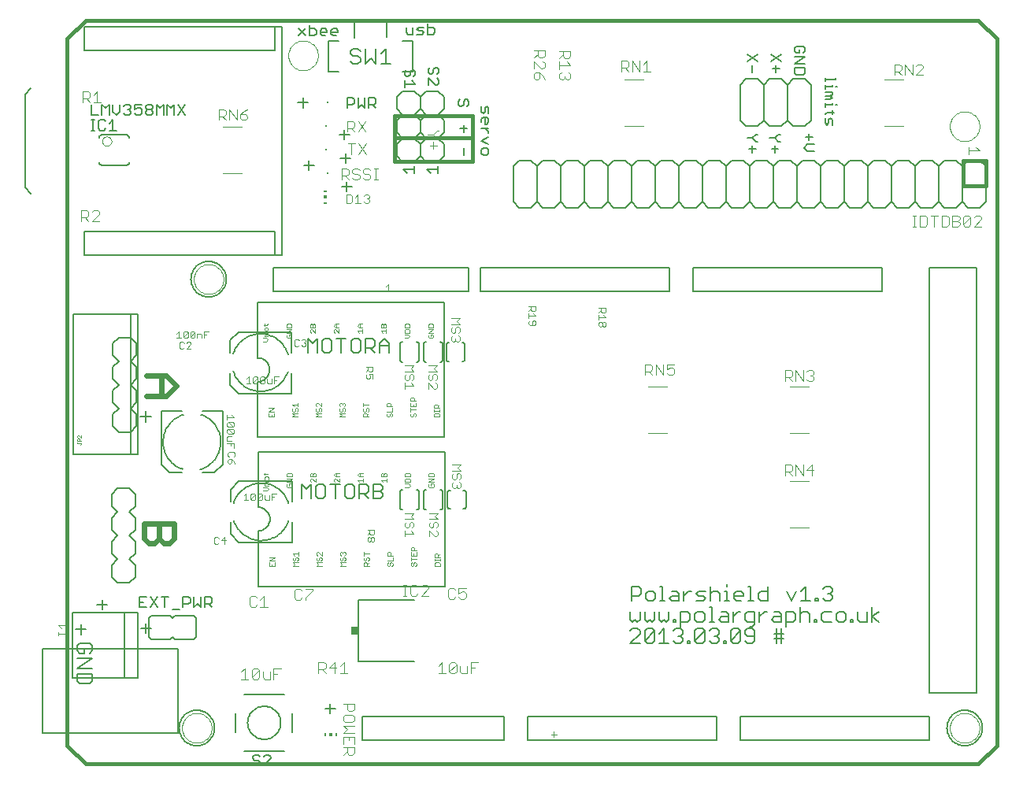
<source format=gto>
G75*
G70*
%OFA0B0*%
%FSLAX24Y24*%
%IPPOS*%
%LPD*%
%AMOC8*
5,1,8,0,0,1.08239X$1,22.5*
%
%ADD10C,0.0030*%
%ADD11C,0.0060*%
%ADD12C,0.0160*%
%ADD13C,0.0040*%
%ADD14C,0.0050*%
%ADD15C,0.0000*%
%ADD16C,0.0230*%
%ADD17R,0.0118X0.0059*%
%ADD18R,0.0118X0.0118*%
%ADD19C,0.0080*%
%ADD20C,0.0020*%
%ADD21R,0.0079X0.0079*%
%ADD22C,0.0010*%
%ADD23R,0.0059X0.0118*%
%ADD24R,0.0300X0.0340*%
D10*
X008196Y010511D02*
X008293Y010511D01*
X008341Y010560D01*
X008442Y010656D02*
X008588Y010801D01*
X008588Y010511D01*
X008636Y010656D02*
X008442Y010656D01*
X008341Y010753D02*
X008293Y010801D01*
X008196Y010801D01*
X008148Y010753D01*
X008148Y010560D01*
X008196Y010511D01*
X009403Y012364D02*
X009596Y012364D01*
X009499Y012364D02*
X009499Y012654D01*
X009403Y012557D01*
X009697Y012605D02*
X009746Y012654D01*
X009842Y012654D01*
X009891Y012605D01*
X009697Y012412D01*
X009746Y012364D01*
X009842Y012364D01*
X009891Y012412D01*
X009891Y012605D01*
X009992Y012605D02*
X010040Y012654D01*
X010137Y012654D01*
X010185Y012605D01*
X009992Y012412D01*
X010040Y012364D01*
X010137Y012364D01*
X010185Y012412D01*
X010185Y012605D01*
X010287Y012557D02*
X010287Y012412D01*
X010335Y012364D01*
X010480Y012364D01*
X010480Y012557D01*
X010581Y012509D02*
X010678Y012509D01*
X010581Y012654D02*
X010775Y012654D01*
X010581Y012654D02*
X010581Y012364D01*
X009992Y012412D02*
X009992Y012605D01*
X009697Y012605D02*
X009697Y012412D01*
X009023Y013908D02*
X008974Y014005D01*
X008878Y014102D01*
X008878Y013957D01*
X008829Y013908D01*
X008781Y013908D01*
X008732Y013957D01*
X008732Y014054D01*
X008781Y014102D01*
X008878Y014102D01*
X008974Y014203D02*
X009023Y014251D01*
X009023Y014348D01*
X008974Y014397D01*
X008781Y014397D01*
X008732Y014348D01*
X008732Y014251D01*
X008781Y014203D01*
X008988Y014588D02*
X008988Y014782D01*
X008698Y014782D01*
X008698Y014883D02*
X008891Y014883D01*
X008843Y014782D02*
X008843Y014685D01*
X008698Y014883D02*
X008698Y015028D01*
X008746Y015077D01*
X008891Y015077D01*
X008939Y015178D02*
X008746Y015371D01*
X008698Y015323D01*
X008698Y015226D01*
X008746Y015178D01*
X008939Y015178D01*
X008988Y015226D01*
X008988Y015323D01*
X008939Y015371D01*
X008746Y015371D01*
X008746Y015472D02*
X008698Y015521D01*
X008698Y015618D01*
X008746Y015666D01*
X008939Y015472D01*
X008746Y015472D01*
X008939Y015472D02*
X008988Y015521D01*
X008988Y015618D01*
X008939Y015666D01*
X008746Y015666D01*
X008698Y015767D02*
X008698Y015961D01*
X008698Y015864D02*
X008988Y015864D01*
X008891Y015961D01*
X009505Y017304D02*
X009698Y017304D01*
X009601Y017304D02*
X009601Y017595D01*
X009505Y017498D01*
X009799Y017546D02*
X009848Y017595D01*
X009945Y017595D01*
X009993Y017546D01*
X009799Y017353D01*
X009848Y017304D01*
X009945Y017304D01*
X009993Y017353D01*
X009993Y017546D01*
X010094Y017546D02*
X010142Y017595D01*
X010239Y017595D01*
X010288Y017546D01*
X010094Y017353D01*
X010142Y017304D01*
X010239Y017304D01*
X010288Y017353D01*
X010288Y017546D01*
X010389Y017498D02*
X010389Y017353D01*
X010437Y017304D01*
X010582Y017304D01*
X010582Y017498D01*
X010683Y017449D02*
X010780Y017449D01*
X010683Y017304D02*
X010683Y017595D01*
X010877Y017595D01*
X010094Y017546D02*
X010094Y017353D01*
X009799Y017353D02*
X009799Y017546D01*
X011545Y018929D02*
X011593Y018880D01*
X011690Y018880D01*
X011738Y018929D01*
X011840Y018929D02*
X011888Y018880D01*
X011985Y018880D01*
X012033Y018929D01*
X012033Y018977D01*
X011985Y019025D01*
X011936Y019025D01*
X011985Y019025D02*
X012033Y019074D01*
X012033Y019122D01*
X011985Y019171D01*
X011888Y019171D01*
X011840Y019122D01*
X011738Y019122D02*
X011690Y019171D01*
X011593Y019171D01*
X011545Y019122D01*
X011545Y018929D01*
X014567Y018001D02*
X014858Y018001D01*
X014858Y017856D01*
X014809Y017808D01*
X014713Y017808D01*
X014664Y017856D01*
X014664Y018001D01*
X014664Y017904D02*
X014567Y017808D01*
X014616Y017706D02*
X014567Y017658D01*
X014567Y017561D01*
X014616Y017513D01*
X014713Y017513D01*
X014761Y017561D01*
X014761Y017610D01*
X014713Y017706D01*
X014858Y017706D01*
X014858Y017513D01*
X016221Y017506D02*
X016221Y017630D01*
X016283Y017691D01*
X016221Y017813D02*
X016592Y017813D01*
X016468Y017936D01*
X016592Y018060D01*
X016221Y018060D01*
X016468Y017691D02*
X016406Y017630D01*
X016406Y017506D01*
X016345Y017445D01*
X016283Y017445D01*
X016221Y017506D01*
X016221Y017323D02*
X016221Y017076D01*
X016221Y017200D02*
X016592Y017200D01*
X016468Y017323D01*
X016530Y017445D02*
X016592Y017506D01*
X016592Y017630D01*
X016530Y017691D01*
X016468Y017691D01*
X017206Y017630D02*
X017267Y017691D01*
X017206Y017630D02*
X017206Y017506D01*
X017267Y017445D01*
X017329Y017445D01*
X017391Y017506D01*
X017391Y017630D01*
X017452Y017691D01*
X017514Y017691D01*
X017576Y017630D01*
X017576Y017506D01*
X017514Y017445D01*
X017514Y017323D02*
X017576Y017261D01*
X017576Y017138D01*
X017514Y017076D01*
X017452Y017076D01*
X017206Y017323D01*
X017206Y017076D01*
X017206Y017813D02*
X017576Y017813D01*
X017452Y017936D01*
X017576Y018060D01*
X017206Y018060D01*
X018241Y019076D02*
X018179Y019138D01*
X018179Y019261D01*
X018241Y019323D01*
X018241Y019445D02*
X018179Y019506D01*
X018179Y019630D01*
X018241Y019691D01*
X018179Y019813D02*
X018549Y019813D01*
X018426Y019936D01*
X018549Y020060D01*
X018179Y020060D01*
X018426Y019691D02*
X018364Y019630D01*
X018364Y019506D01*
X018303Y019445D01*
X018241Y019445D01*
X018488Y019445D02*
X018549Y019506D01*
X018549Y019630D01*
X018488Y019691D01*
X018426Y019691D01*
X018488Y019323D02*
X018549Y019261D01*
X018549Y019138D01*
X018488Y019076D01*
X018426Y019076D01*
X018364Y019138D01*
X018303Y019076D01*
X018241Y019076D01*
X018364Y019138D02*
X018364Y019200D01*
X015623Y021204D02*
X015430Y021204D01*
X015527Y021204D02*
X015527Y021495D01*
X015430Y021398D01*
X021463Y020557D02*
X021753Y020557D01*
X021753Y020411D01*
X021705Y020363D01*
X021608Y020363D01*
X021560Y020411D01*
X021560Y020557D01*
X021560Y020460D02*
X021463Y020363D01*
X021463Y020262D02*
X021463Y020068D01*
X021463Y020165D02*
X021753Y020165D01*
X021657Y020262D01*
X021657Y019967D02*
X021608Y019919D01*
X021608Y019774D01*
X021512Y019774D02*
X021705Y019774D01*
X021753Y019822D01*
X021753Y019919D01*
X021705Y019967D01*
X021657Y019967D01*
X021512Y019967D02*
X021463Y019919D01*
X021463Y019822D01*
X021512Y019774D01*
X024430Y019765D02*
X024430Y019862D01*
X024478Y019910D01*
X024527Y019910D01*
X024575Y019862D01*
X024575Y019765D01*
X024527Y019717D01*
X024478Y019717D01*
X024430Y019765D01*
X024575Y019765D02*
X024623Y019717D01*
X024672Y019717D01*
X024720Y019765D01*
X024720Y019862D01*
X024672Y019910D01*
X024623Y019910D01*
X024575Y019862D01*
X024430Y020011D02*
X024430Y020205D01*
X024430Y020108D02*
X024720Y020108D01*
X024623Y020205D01*
X024575Y020306D02*
X024527Y020354D01*
X024527Y020499D01*
X024527Y020403D02*
X024430Y020306D01*
X024575Y020306D02*
X024672Y020306D01*
X024720Y020354D01*
X024720Y020499D01*
X024430Y020499D01*
X018589Y013861D02*
X018465Y013737D01*
X018589Y013614D01*
X018219Y013614D01*
X018280Y013492D02*
X018219Y013431D01*
X018219Y013307D01*
X018280Y013245D01*
X018342Y013245D01*
X018404Y013307D01*
X018404Y013431D01*
X018465Y013492D01*
X018527Y013492D01*
X018589Y013431D01*
X018589Y013307D01*
X018527Y013245D01*
X018527Y013124D02*
X018589Y013062D01*
X018589Y012939D01*
X018527Y012877D01*
X018465Y012877D01*
X018404Y012939D01*
X018342Y012877D01*
X018280Y012877D01*
X018219Y012939D01*
X018219Y013062D01*
X018280Y013124D01*
X018404Y013000D02*
X018404Y012939D01*
X018219Y013861D02*
X018589Y013861D01*
X017615Y011811D02*
X017245Y011811D01*
X017245Y011564D02*
X017615Y011564D01*
X017492Y011687D01*
X017615Y011811D01*
X017554Y011442D02*
X017492Y011442D01*
X017430Y011381D01*
X017430Y011257D01*
X017368Y011195D01*
X017307Y011195D01*
X017245Y011257D01*
X017245Y011381D01*
X017307Y011442D01*
X017554Y011442D02*
X017615Y011381D01*
X017615Y011257D01*
X017554Y011195D01*
X017554Y011074D02*
X017615Y011012D01*
X017615Y010889D01*
X017554Y010827D01*
X017492Y010827D01*
X017245Y011074D01*
X017245Y010827D01*
X016592Y010950D02*
X016468Y011074D01*
X016530Y011195D02*
X016592Y011257D01*
X016592Y011381D01*
X016530Y011442D01*
X016468Y011442D01*
X016406Y011381D01*
X016406Y011257D01*
X016345Y011195D01*
X016283Y011195D01*
X016221Y011257D01*
X016221Y011381D01*
X016283Y011442D01*
X016221Y011564D02*
X016592Y011564D01*
X016468Y011687D01*
X016592Y011811D01*
X016221Y011811D01*
X016221Y011074D02*
X016221Y010827D01*
X016221Y010950D02*
X016592Y010950D01*
X014927Y010945D02*
X014878Y010897D01*
X014782Y010897D01*
X014733Y010945D01*
X014733Y011090D01*
X014733Y010994D02*
X014636Y010897D01*
X014685Y010796D02*
X014733Y010796D01*
X014782Y010747D01*
X014782Y010651D01*
X014733Y010602D01*
X014685Y010602D01*
X014636Y010651D01*
X014636Y010747D01*
X014685Y010796D01*
X014782Y010747D02*
X014830Y010796D01*
X014878Y010796D01*
X014927Y010747D01*
X014927Y010651D01*
X014878Y010602D01*
X014830Y010602D01*
X014782Y010651D01*
X014927Y010945D02*
X014927Y011090D01*
X014636Y011090D01*
X007163Y018774D02*
X006969Y018774D01*
X007163Y018967D01*
X007163Y019015D01*
X007114Y019064D01*
X007017Y019064D01*
X006969Y019015D01*
X006868Y019015D02*
X006820Y019064D01*
X006723Y019064D01*
X006674Y019015D01*
X006674Y018822D01*
X006723Y018774D01*
X006820Y018774D01*
X006868Y018822D01*
X006892Y019224D02*
X006844Y019272D01*
X007038Y019465D01*
X007038Y019272D01*
X006989Y019224D01*
X006892Y019224D01*
X006844Y019272D02*
X006844Y019465D01*
X006892Y019514D01*
X006989Y019514D01*
X007038Y019465D01*
X007139Y019465D02*
X007187Y019514D01*
X007284Y019514D01*
X007332Y019465D01*
X007139Y019272D01*
X007187Y019224D01*
X007284Y019224D01*
X007332Y019272D01*
X007332Y019465D01*
X007433Y019417D02*
X007579Y019417D01*
X007627Y019369D01*
X007627Y019224D01*
X007728Y019224D02*
X007728Y019514D01*
X007921Y019514D01*
X007825Y019369D02*
X007728Y019369D01*
X007433Y019417D02*
X007433Y019224D01*
X007139Y019272D02*
X007139Y019465D01*
X006743Y019224D02*
X006549Y019224D01*
X006646Y019224D02*
X006646Y019514D01*
X006549Y019417D01*
X022527Y002576D02*
X022527Y002329D01*
X022404Y002453D02*
X022651Y002453D01*
D11*
X017912Y008717D02*
X010012Y008717D01*
X010012Y011067D01*
X010056Y011069D01*
X010099Y011075D01*
X010141Y011084D01*
X010183Y011097D01*
X010223Y011114D01*
X010262Y011134D01*
X010299Y011157D01*
X010333Y011184D01*
X010366Y011213D01*
X010395Y011246D01*
X010422Y011280D01*
X010445Y011317D01*
X010465Y011356D01*
X010482Y011396D01*
X010495Y011438D01*
X010504Y011480D01*
X010510Y011523D01*
X010512Y011567D01*
X010510Y011611D01*
X010504Y011654D01*
X010495Y011696D01*
X010482Y011738D01*
X010465Y011778D01*
X010445Y011817D01*
X010422Y011854D01*
X010395Y011888D01*
X010366Y011921D01*
X010333Y011950D01*
X010299Y011977D01*
X010262Y012000D01*
X010223Y012020D01*
X010183Y012037D01*
X010141Y012050D01*
X010099Y012059D01*
X010056Y012065D01*
X010012Y012067D01*
X010012Y014417D01*
X017912Y014417D01*
X017912Y008717D01*
X013058Y003753D02*
X013058Y003326D01*
X012845Y003540D02*
X013272Y003540D01*
X007386Y006579D02*
X007386Y007379D01*
X007286Y007479D01*
X006486Y007479D01*
X006386Y007379D01*
X006286Y007479D01*
X005486Y007479D01*
X005386Y007379D01*
X005386Y006579D01*
X005486Y006479D01*
X006286Y006479D01*
X006386Y006579D01*
X006486Y006479D01*
X007286Y006479D01*
X007386Y006579D01*
X005472Y006940D02*
X005045Y006940D01*
X005258Y007153D02*
X005258Y006726D01*
X003622Y007940D02*
X003195Y007940D01*
X003408Y008153D02*
X003408Y007726D01*
X002722Y006890D02*
X002295Y006890D01*
X002508Y007103D02*
X002508Y006676D01*
X002452Y006309D02*
X002345Y006203D01*
X002345Y005989D01*
X002452Y005882D01*
X002665Y005882D01*
X002665Y006096D01*
X002879Y006309D02*
X002452Y006309D01*
X002879Y006309D02*
X002985Y006203D01*
X002985Y005989D01*
X002879Y005882D01*
X002985Y005665D02*
X002345Y005665D01*
X002345Y005238D02*
X002985Y005238D01*
X002985Y005020D02*
X002985Y004700D01*
X002879Y004593D01*
X002452Y004593D01*
X002345Y004700D01*
X002345Y005020D01*
X002985Y005020D01*
X002985Y005665D02*
X002345Y005238D01*
X009993Y015036D02*
X017893Y015036D01*
X017893Y020736D01*
X009993Y020736D01*
X009993Y018386D01*
X010037Y018384D01*
X010080Y018378D01*
X010122Y018369D01*
X010164Y018356D01*
X010204Y018339D01*
X010243Y018319D01*
X010280Y018296D01*
X010314Y018269D01*
X010347Y018240D01*
X010376Y018207D01*
X010403Y018173D01*
X010426Y018136D01*
X010446Y018097D01*
X010463Y018057D01*
X010476Y018015D01*
X010485Y017973D01*
X010491Y017930D01*
X010493Y017886D01*
X010491Y017842D01*
X010485Y017799D01*
X010476Y017757D01*
X010463Y017715D01*
X010446Y017675D01*
X010426Y017636D01*
X010403Y017599D01*
X010376Y017565D01*
X010347Y017532D01*
X010314Y017503D01*
X010280Y017476D01*
X010243Y017453D01*
X010204Y017433D01*
X010164Y017416D01*
X010122Y017403D01*
X010080Y017394D01*
X010037Y017388D01*
X009993Y017386D01*
X009993Y015036D01*
X005474Y015891D02*
X005007Y015891D01*
X005241Y016125D02*
X005241Y015658D01*
X013758Y025426D02*
X013758Y025853D01*
X013545Y025640D02*
X013972Y025640D01*
X013708Y026626D02*
X013708Y027053D01*
X013495Y026840D02*
X013922Y026840D01*
X013658Y027626D02*
X013658Y028053D01*
X013445Y027840D02*
X013872Y027840D01*
X013773Y028962D02*
X013773Y029403D01*
X013993Y029403D01*
X014067Y029329D01*
X014067Y029182D01*
X013993Y029109D01*
X013773Y029109D01*
X014234Y028962D02*
X014380Y029109D01*
X014527Y028962D01*
X014527Y029403D01*
X014694Y029403D02*
X014914Y029403D01*
X014988Y029329D01*
X014988Y029182D01*
X014914Y029109D01*
X014694Y029109D01*
X014841Y029109D02*
X014988Y028962D01*
X014694Y028962D02*
X014694Y029403D01*
X014234Y029403D02*
X014234Y028962D01*
X015881Y028936D02*
X015881Y029436D01*
X016131Y029686D01*
X016631Y029686D01*
X016881Y029436D01*
X016881Y028936D01*
X016631Y028686D01*
X016881Y028436D01*
X016881Y027936D01*
X016631Y027686D01*
X016881Y027436D01*
X016881Y026936D01*
X016631Y026686D01*
X016131Y026686D01*
X015881Y026936D01*
X015881Y027436D01*
X016131Y027686D01*
X015881Y027936D01*
X015881Y028436D01*
X016131Y028686D01*
X015881Y028936D01*
X016215Y029833D02*
X016215Y030126D01*
X016215Y029980D02*
X016656Y029980D01*
X016509Y030126D01*
X016582Y030293D02*
X016656Y030367D01*
X016656Y030513D01*
X016582Y030587D01*
X016509Y030587D01*
X016436Y030513D01*
X016436Y030367D01*
X016362Y030293D01*
X016289Y030293D01*
X016215Y030367D01*
X016215Y030513D01*
X016289Y030587D01*
X015629Y030843D02*
X015202Y030843D01*
X015415Y030843D02*
X015415Y031483D01*
X015202Y031270D01*
X014984Y031483D02*
X014984Y030843D01*
X014771Y031056D01*
X014557Y030843D01*
X014557Y031483D01*
X014340Y031377D02*
X014233Y031483D01*
X014019Y031483D01*
X013913Y031377D01*
X013913Y031270D01*
X014019Y031163D01*
X014233Y031163D01*
X014340Y031056D01*
X014340Y030950D01*
X014233Y030843D01*
X014019Y030843D01*
X013913Y030950D01*
X013319Y032035D02*
X013172Y032035D01*
X013098Y032108D01*
X013098Y032255D01*
X013172Y032328D01*
X013319Y032328D01*
X013392Y032255D01*
X013392Y032181D01*
X013098Y032181D01*
X012932Y032181D02*
X012638Y032181D01*
X012638Y032108D02*
X012638Y032255D01*
X012711Y032328D01*
X012858Y032328D01*
X012932Y032255D01*
X012932Y032181D01*
X012858Y032035D02*
X012711Y032035D01*
X012638Y032108D01*
X012471Y032108D02*
X012398Y032035D01*
X012178Y032035D01*
X012178Y032475D01*
X012178Y032328D02*
X012398Y032328D01*
X012471Y032255D01*
X012471Y032108D01*
X012011Y032035D02*
X011717Y032328D01*
X011717Y032035D02*
X012011Y032328D01*
X011908Y029403D02*
X011908Y028976D01*
X011695Y029190D02*
X012122Y029190D01*
X012158Y026753D02*
X012158Y026326D01*
X012158Y026753D01*
X011945Y026540D02*
X012372Y026540D01*
X011945Y026540D01*
X016881Y026936D02*
X017131Y026686D01*
X017631Y026686D01*
X017881Y026936D01*
X017881Y027436D01*
X017631Y027686D01*
X017881Y027936D01*
X017881Y028436D01*
X017631Y028686D01*
X017881Y028936D01*
X017881Y029436D01*
X017631Y029686D01*
X017131Y029686D01*
X016881Y029436D01*
X016881Y028936D01*
X017131Y028686D01*
X016881Y028436D01*
X016881Y027936D01*
X017131Y027686D01*
X016881Y027436D01*
X016881Y026936D01*
X018704Y026972D02*
X018704Y027266D01*
X018704Y027946D02*
X018704Y028239D01*
X018851Y028092D02*
X018557Y028092D01*
X019460Y028116D02*
X019754Y028116D01*
X019607Y028116D02*
X019754Y027969D01*
X019754Y027896D01*
X019754Y027733D02*
X019460Y027586D01*
X019754Y027439D01*
X019680Y027272D02*
X019534Y027272D01*
X019460Y027199D01*
X019460Y027052D01*
X019534Y026979D01*
X019680Y026979D01*
X019754Y027052D01*
X019754Y027199D01*
X019680Y027272D01*
X019680Y028283D02*
X019607Y028283D01*
X019607Y028576D01*
X019534Y028576D02*
X019680Y028576D01*
X019754Y028503D01*
X019754Y028356D01*
X019680Y028283D01*
X019460Y028356D02*
X019460Y028503D01*
X019534Y028576D01*
X019534Y028743D02*
X019607Y028817D01*
X019607Y028963D01*
X019680Y029037D01*
X019754Y028963D01*
X019754Y028743D01*
X019534Y028743D02*
X019460Y028817D01*
X019460Y029037D01*
X018924Y029103D02*
X018851Y029030D01*
X018924Y029103D02*
X018924Y029250D01*
X018851Y029323D01*
X018778Y029323D01*
X018704Y029250D01*
X018704Y029103D01*
X018631Y029030D01*
X018557Y029030D01*
X018484Y029103D01*
X018484Y029250D01*
X018557Y029323D01*
X017651Y030006D02*
X017651Y030153D01*
X017577Y030226D01*
X017577Y030393D02*
X017651Y030467D01*
X017651Y030613D01*
X017577Y030687D01*
X017504Y030687D01*
X017430Y030613D01*
X017430Y030467D01*
X017357Y030393D01*
X017284Y030393D01*
X017210Y030467D01*
X017210Y030613D01*
X017284Y030687D01*
X017210Y030226D02*
X017504Y029933D01*
X017577Y029933D01*
X017651Y030006D01*
X017210Y029933D02*
X017210Y030226D01*
X017188Y032085D02*
X017408Y032085D01*
X017482Y032158D01*
X017482Y032305D01*
X017408Y032378D01*
X017188Y032378D01*
X017188Y032525D02*
X017188Y032085D01*
X017021Y032158D02*
X016948Y032231D01*
X016801Y032231D01*
X016728Y032305D01*
X016801Y032378D01*
X017021Y032378D01*
X017021Y032158D02*
X016948Y032085D01*
X016728Y032085D01*
X016561Y032085D02*
X016561Y032378D01*
X016561Y032085D02*
X016341Y032085D01*
X016267Y032158D01*
X016267Y032378D01*
X021052Y026747D02*
X021552Y026747D01*
X021802Y026497D01*
X021802Y024997D01*
X021552Y024747D01*
X021052Y024747D01*
X020802Y024997D01*
X020802Y026497D01*
X021052Y026747D01*
X021802Y026497D02*
X022052Y026747D01*
X022552Y026747D01*
X022802Y026497D01*
X022802Y024997D01*
X022552Y024747D01*
X022052Y024747D01*
X021802Y024997D01*
X022802Y024997D02*
X023052Y024747D01*
X023552Y024747D01*
X023802Y024997D01*
X023802Y026497D01*
X024052Y026747D01*
X024552Y026747D01*
X024802Y026497D01*
X024802Y024997D01*
X024552Y024747D01*
X024052Y024747D01*
X023802Y024997D01*
X024802Y024997D02*
X025052Y024747D01*
X025552Y024747D01*
X025802Y024997D01*
X025802Y026497D01*
X026052Y026747D01*
X026552Y026747D01*
X026802Y026497D01*
X026802Y024997D01*
X026552Y024747D01*
X026052Y024747D01*
X025802Y024997D01*
X026802Y024997D02*
X027052Y024747D01*
X027552Y024747D01*
X027802Y024997D01*
X027802Y026497D01*
X028052Y026747D01*
X028552Y026747D01*
X028802Y026497D01*
X028802Y024997D01*
X028552Y024747D01*
X028052Y024747D01*
X027802Y024997D01*
X028802Y024997D02*
X029052Y024747D01*
X029552Y024747D01*
X029802Y024997D01*
X029802Y026497D01*
X030052Y026747D01*
X030552Y026747D01*
X030802Y026497D01*
X030802Y024997D01*
X030552Y024747D01*
X030052Y024747D01*
X029802Y024997D01*
X030802Y024997D02*
X031052Y024747D01*
X031552Y024747D01*
X031802Y024997D01*
X031802Y026497D01*
X032052Y026747D01*
X032552Y026747D01*
X032802Y026497D01*
X032802Y024997D01*
X032552Y024747D01*
X032052Y024747D01*
X031802Y024997D01*
X032802Y024997D02*
X033052Y024747D01*
X033552Y024747D01*
X033802Y024997D01*
X033802Y026497D01*
X034052Y026747D01*
X034552Y026747D01*
X034802Y026497D01*
X034802Y024997D01*
X034552Y024747D01*
X034052Y024747D01*
X033802Y024997D01*
X034802Y024997D02*
X035052Y024747D01*
X035552Y024747D01*
X035802Y024997D01*
X035802Y026497D01*
X035552Y026747D01*
X035052Y026747D01*
X034802Y026497D01*
X033802Y026497D02*
X033552Y026747D01*
X033052Y026747D01*
X032802Y026497D01*
X033257Y027133D02*
X033551Y027133D01*
X033551Y027426D02*
X033257Y027426D01*
X033110Y027280D01*
X033257Y027133D01*
X033330Y027593D02*
X033330Y027887D01*
X033477Y027740D02*
X033184Y027740D01*
X033165Y028189D02*
X032665Y028189D01*
X032415Y028439D01*
X032415Y029939D01*
X032665Y030189D01*
X033165Y030189D01*
X033415Y029939D01*
X033415Y028439D01*
X033165Y028189D01*
X032415Y028439D02*
X032165Y028189D01*
X031665Y028189D01*
X031415Y028439D01*
X031415Y029939D01*
X031665Y030189D01*
X032165Y030189D01*
X032415Y029939D01*
X032784Y030373D02*
X033077Y030373D01*
X033151Y030446D01*
X033151Y030666D01*
X032710Y030666D01*
X032710Y030446D01*
X032784Y030373D01*
X032710Y030833D02*
X033151Y030833D01*
X033151Y031126D02*
X032710Y031126D01*
X032784Y031293D02*
X032930Y031293D01*
X032930Y031440D01*
X032784Y031293D02*
X032710Y031367D01*
X032710Y031513D01*
X032784Y031587D01*
X033077Y031587D01*
X033151Y031513D01*
X033151Y031367D01*
X033077Y031293D01*
X033151Y031126D02*
X032710Y030833D01*
X032151Y030943D02*
X031710Y031237D01*
X031710Y030943D02*
X032151Y031237D01*
X031930Y030776D02*
X031930Y030483D01*
X032077Y030630D02*
X031784Y030630D01*
X031165Y030189D02*
X031415Y029939D01*
X031165Y030189D02*
X030665Y030189D01*
X030415Y029939D01*
X030415Y028439D01*
X030665Y028189D01*
X031165Y028189D01*
X031415Y028439D01*
X031151Y027837D02*
X031077Y027837D01*
X030930Y027690D01*
X030710Y027690D01*
X030930Y027690D02*
X031077Y027543D01*
X031151Y027543D01*
X030930Y027376D02*
X030930Y027083D01*
X031077Y027230D02*
X030784Y027230D01*
X031052Y026747D02*
X031552Y026747D01*
X031802Y026497D01*
X031880Y027083D02*
X031880Y027376D01*
X031734Y027230D02*
X032027Y027230D01*
X032027Y027543D02*
X031880Y027690D01*
X031660Y027690D01*
X031880Y027690D02*
X032027Y027837D01*
X032101Y027837D01*
X032101Y027543D02*
X032027Y027543D01*
X031052Y026747D02*
X030802Y026497D01*
X029802Y026497D02*
X029552Y026747D01*
X029052Y026747D01*
X028802Y026497D01*
X027802Y026497D02*
X027552Y026747D01*
X027052Y026747D01*
X026802Y026497D01*
X025802Y026497D02*
X025552Y026747D01*
X025052Y026747D01*
X024802Y026497D01*
X023802Y026497D02*
X023552Y026747D01*
X023052Y026747D01*
X022802Y026497D01*
X030710Y030943D02*
X031151Y031237D01*
X031151Y030943D02*
X030710Y031237D01*
X030930Y030776D02*
X030930Y030483D01*
X034010Y030237D02*
X034010Y030090D01*
X034010Y030163D02*
X034451Y030163D01*
X034451Y030237D01*
X034304Y029930D02*
X034304Y029857D01*
X034010Y029857D01*
X034010Y029930D02*
X034010Y029783D01*
X034010Y029623D02*
X034304Y029623D01*
X034304Y029550D01*
X034230Y029476D01*
X034304Y029403D01*
X034230Y029329D01*
X034010Y029329D01*
X034010Y029476D02*
X034230Y029476D01*
X034304Y029163D02*
X034304Y029089D01*
X034010Y029089D01*
X034010Y029016D02*
X034010Y029163D01*
X034084Y028782D02*
X034010Y028709D01*
X034084Y028782D02*
X034377Y028782D01*
X034304Y028856D02*
X034304Y028709D01*
X034230Y028549D02*
X034304Y028476D01*
X034304Y028255D01*
X034157Y028329D02*
X034157Y028476D01*
X034230Y028549D01*
X034010Y028549D02*
X034010Y028329D01*
X034084Y028255D01*
X034157Y028329D01*
X034451Y029089D02*
X034524Y029089D01*
X034524Y029857D02*
X034451Y029857D01*
X036052Y026747D02*
X035802Y026497D01*
X036052Y026747D02*
X036552Y026747D01*
X036802Y026497D01*
X036802Y024997D01*
X036552Y024747D01*
X036052Y024747D01*
X035802Y024997D01*
X036802Y024997D02*
X037052Y024747D01*
X037552Y024747D01*
X037802Y024997D01*
X037802Y026497D01*
X037552Y026747D01*
X037052Y026747D01*
X036802Y026497D01*
X037802Y026497D02*
X038052Y026747D01*
X038552Y026747D01*
X038802Y026497D01*
X038802Y024997D01*
X038552Y024747D01*
X038052Y024747D01*
X037802Y024997D01*
X038802Y024997D02*
X039052Y024747D01*
X039552Y024747D01*
X039802Y024997D01*
X039802Y026497D01*
X039552Y026747D01*
X039052Y026747D01*
X038802Y026497D01*
X039802Y026497D02*
X040052Y026747D01*
X040552Y026747D01*
X040802Y026497D01*
X040802Y024997D01*
X040552Y024747D01*
X040052Y024747D01*
X039802Y024997D01*
X004426Y026550D02*
X003403Y026550D01*
X003383Y026552D01*
X003363Y026556D01*
X003345Y026564D01*
X003328Y026574D01*
X003312Y026587D01*
X003299Y026603D01*
X003289Y026620D01*
X003281Y026638D01*
X003277Y026658D01*
X003275Y026678D01*
X004426Y026550D02*
X004446Y026552D01*
X004466Y026556D01*
X004484Y026564D01*
X004501Y026574D01*
X004517Y026587D01*
X004530Y026603D01*
X004540Y026620D01*
X004548Y026638D01*
X004552Y026658D01*
X004554Y026678D01*
X004554Y027701D02*
X004552Y027721D01*
X004548Y027741D01*
X004540Y027759D01*
X004530Y027776D01*
X004517Y027792D01*
X004501Y027805D01*
X004484Y027815D01*
X004466Y027823D01*
X004446Y027827D01*
X004426Y027829D01*
X003403Y027829D01*
X003383Y027827D01*
X003363Y027823D01*
X003345Y027815D01*
X003328Y027805D01*
X003312Y027792D01*
X003299Y027776D01*
X003289Y027759D01*
X003281Y027741D01*
X003277Y027721D01*
X003275Y027701D01*
D12*
X001915Y001977D02*
X002702Y001189D01*
X040498Y001189D01*
X041285Y001977D01*
X041285Y031898D01*
X040498Y032685D01*
X002702Y032685D01*
X001915Y031898D01*
X001915Y001977D01*
X015770Y026716D02*
X015770Y027700D01*
X015770Y028645D01*
X019073Y028645D01*
X019073Y027700D01*
X019073Y026716D01*
X015770Y026716D01*
X015770Y027700D02*
X019073Y027700D01*
X039835Y026751D02*
X039835Y025667D01*
X040819Y025667D01*
X040819Y026751D01*
X039835Y026751D01*
D13*
X040091Y027007D02*
X040091Y027314D01*
X040091Y027161D02*
X040551Y027161D01*
X040398Y027314D01*
X037328Y028215D02*
X036502Y028215D01*
X036502Y030164D02*
X037328Y030164D01*
X037395Y030359D02*
X037395Y030820D01*
X037702Y030359D01*
X037702Y030820D01*
X037856Y030743D02*
X037932Y030820D01*
X038086Y030820D01*
X038163Y030743D01*
X038163Y030666D01*
X037856Y030359D01*
X038163Y030359D01*
X037242Y030359D02*
X037088Y030513D01*
X037165Y030513D02*
X036935Y030513D01*
X036935Y030359D02*
X036935Y030820D01*
X037165Y030820D01*
X037242Y030743D01*
X037242Y030589D01*
X037165Y030513D01*
X037707Y024415D02*
X037860Y024415D01*
X037783Y024415D02*
X037783Y023955D01*
X037707Y023955D02*
X037860Y023955D01*
X038014Y023955D02*
X038244Y023955D01*
X038320Y024031D01*
X038320Y024338D01*
X038244Y024415D01*
X038014Y024415D01*
X038014Y023955D01*
X038627Y023955D02*
X038627Y024415D01*
X038474Y024415D02*
X038781Y024415D01*
X038934Y024415D02*
X039164Y024415D01*
X039241Y024338D01*
X039241Y024031D01*
X039164Y023955D01*
X038934Y023955D01*
X038934Y024415D01*
X039395Y024415D02*
X039625Y024415D01*
X039701Y024338D01*
X039701Y024261D01*
X039625Y024185D01*
X039395Y024185D01*
X039625Y024185D02*
X039701Y024108D01*
X039701Y024031D01*
X039625Y023955D01*
X039395Y023955D01*
X039395Y024415D01*
X039855Y024338D02*
X039932Y024415D01*
X040085Y024415D01*
X040162Y024338D01*
X039855Y024031D01*
X039932Y023955D01*
X040085Y023955D01*
X040162Y024031D01*
X040162Y024338D01*
X040315Y024338D02*
X040392Y024415D01*
X040545Y024415D01*
X040622Y024338D01*
X040622Y024261D01*
X040315Y023955D01*
X040622Y023955D01*
X039855Y024031D02*
X039855Y024338D01*
X033455Y017870D02*
X033531Y017793D01*
X033531Y017716D01*
X033455Y017639D01*
X033531Y017563D01*
X033531Y017486D01*
X033455Y017409D01*
X033301Y017409D01*
X033225Y017486D01*
X033071Y017409D02*
X033071Y017870D01*
X033225Y017793D02*
X033301Y017870D01*
X033455Y017870D01*
X033455Y017639D02*
X033378Y017639D01*
X033071Y017409D02*
X032764Y017870D01*
X032764Y017409D01*
X032611Y017409D02*
X032457Y017563D01*
X032534Y017563D02*
X032304Y017563D01*
X032304Y017409D02*
X032304Y017870D01*
X032534Y017870D01*
X032611Y017793D01*
X032611Y017639D01*
X032534Y017563D01*
X032502Y017164D02*
X033328Y017164D01*
X033328Y015215D02*
X032502Y015215D01*
X032534Y013870D02*
X032304Y013870D01*
X032304Y013409D01*
X032304Y013563D02*
X032534Y013563D01*
X032611Y013639D01*
X032611Y013793D01*
X032534Y013870D01*
X032764Y013870D02*
X033071Y013409D01*
X033071Y013870D01*
X033225Y013639D02*
X033531Y013639D01*
X033455Y013409D02*
X033455Y013870D01*
X033225Y013639D01*
X033328Y013164D02*
X032502Y013164D01*
X032611Y013409D02*
X032457Y013563D01*
X032764Y013409D02*
X032764Y013870D01*
X032502Y011215D02*
X033328Y011215D01*
X027328Y015215D02*
X026502Y015215D01*
X026502Y017164D02*
X027328Y017164D01*
X027382Y017659D02*
X027306Y017736D01*
X027382Y017659D02*
X027536Y017659D01*
X027613Y017736D01*
X027613Y017889D01*
X027536Y017966D01*
X027459Y017966D01*
X027306Y017889D01*
X027306Y018120D01*
X027613Y018120D01*
X027152Y018120D02*
X027152Y017659D01*
X026845Y018120D01*
X026845Y017659D01*
X026692Y017659D02*
X026538Y017813D01*
X026615Y017813D02*
X026385Y017813D01*
X026385Y017659D02*
X026385Y018120D01*
X026615Y018120D01*
X026692Y018043D01*
X026692Y017889D01*
X026615Y017813D01*
X017217Y008704D02*
X017140Y008780D01*
X016987Y008780D01*
X016910Y008704D01*
X016757Y008704D02*
X016680Y008780D01*
X016526Y008780D01*
X016450Y008704D01*
X016450Y008397D01*
X016526Y008320D01*
X016680Y008320D01*
X016757Y008397D01*
X016910Y008320D02*
X017217Y008627D01*
X017217Y008704D01*
X017217Y008320D02*
X016910Y008320D01*
X016296Y008320D02*
X016143Y008320D01*
X016220Y008320D02*
X016220Y008780D01*
X016296Y008780D02*
X016143Y008780D01*
X018039Y008568D02*
X018039Y008261D01*
X018116Y008184D01*
X018270Y008184D01*
X018346Y008261D01*
X018500Y008261D02*
X018576Y008184D01*
X018730Y008184D01*
X018807Y008261D01*
X018807Y008414D01*
X018730Y008491D01*
X018653Y008491D01*
X018500Y008414D01*
X018500Y008644D01*
X018807Y008644D01*
X018346Y008568D02*
X018270Y008644D01*
X018116Y008644D01*
X018039Y008568D01*
X018171Y005494D02*
X018094Y005418D01*
X018094Y005111D01*
X018401Y005418D01*
X018401Y005111D01*
X018324Y005034D01*
X018171Y005034D01*
X018094Y005111D01*
X017940Y005034D02*
X017634Y005034D01*
X017787Y005034D02*
X017787Y005494D01*
X017634Y005341D01*
X018171Y005494D02*
X018324Y005494D01*
X018401Y005418D01*
X018554Y005341D02*
X018554Y005111D01*
X018631Y005034D01*
X018861Y005034D01*
X018861Y005341D01*
X019015Y005264D02*
X019168Y005264D01*
X019015Y005034D02*
X019015Y005494D01*
X019322Y005494D01*
X014077Y003733D02*
X014077Y003503D01*
X014000Y003427D01*
X013847Y003427D01*
X013770Y003503D01*
X013770Y003733D01*
X013616Y003733D02*
X014077Y003733D01*
X014000Y003273D02*
X013693Y003273D01*
X013616Y003196D01*
X013616Y003043D01*
X013693Y002966D01*
X014000Y002966D01*
X014077Y003043D01*
X014077Y003196D01*
X014000Y003273D01*
X014077Y002813D02*
X013616Y002813D01*
X013770Y002659D01*
X013616Y002506D01*
X014077Y002506D01*
X014077Y002352D02*
X013616Y002352D01*
X013616Y002046D01*
X013616Y001892D02*
X014077Y001892D01*
X014077Y001662D01*
X014000Y001585D01*
X013847Y001585D01*
X013770Y001662D01*
X013770Y001892D01*
X013770Y001739D02*
X013616Y001585D01*
X014077Y002046D02*
X014077Y002352D01*
X013847Y002352D02*
X013847Y002199D01*
X010662Y004786D02*
X010662Y005246D01*
X010969Y005246D01*
X010815Y005016D02*
X010662Y005016D01*
X010508Y005093D02*
X010508Y004786D01*
X010278Y004786D01*
X010202Y004862D01*
X010202Y005093D01*
X010048Y005169D02*
X009741Y004862D01*
X009818Y004786D01*
X009971Y004786D01*
X010048Y004862D01*
X010048Y005169D01*
X009971Y005246D01*
X009818Y005246D01*
X009741Y005169D01*
X009741Y004862D01*
X009588Y004786D02*
X009281Y004786D01*
X009434Y004786D02*
X009434Y005246D01*
X009281Y005093D01*
X012563Y005045D02*
X012563Y005505D01*
X012793Y005505D01*
X012870Y005428D01*
X012870Y005275D01*
X012793Y005198D01*
X012563Y005198D01*
X012717Y005198D02*
X012870Y005045D01*
X013024Y005275D02*
X013331Y005275D01*
X013484Y005352D02*
X013637Y005505D01*
X013637Y005045D01*
X013484Y005045D02*
X013791Y005045D01*
X013254Y005045D02*
X013254Y005505D01*
X013024Y005275D01*
X010404Y007846D02*
X010097Y007846D01*
X010250Y007846D02*
X010250Y008307D01*
X010097Y008153D01*
X009944Y008230D02*
X009867Y008307D01*
X009713Y008307D01*
X009637Y008230D01*
X009637Y007923D01*
X009713Y007846D01*
X009867Y007846D01*
X009944Y007923D01*
X011549Y008229D02*
X011626Y008152D01*
X011779Y008152D01*
X011856Y008229D01*
X012009Y008229D02*
X012009Y008152D01*
X012009Y008229D02*
X012316Y008536D01*
X012316Y008613D01*
X012009Y008613D01*
X011856Y008536D02*
X011779Y008613D01*
X011626Y008613D01*
X011549Y008536D01*
X011549Y008229D01*
X001996Y007236D02*
X001996Y006930D01*
X001996Y007083D02*
X001535Y007083D01*
X001689Y006930D01*
X001535Y006776D02*
X001535Y006623D01*
X001535Y006699D02*
X001919Y006699D01*
X001996Y006623D01*
X001996Y006546D01*
X001919Y006469D01*
X002526Y024177D02*
X002526Y024638D01*
X002756Y024638D01*
X002833Y024561D01*
X002833Y024408D01*
X002756Y024331D01*
X002526Y024331D01*
X002679Y024331D02*
X002833Y024177D01*
X002986Y024177D02*
X003293Y024484D01*
X003293Y024561D01*
X003217Y024638D01*
X003063Y024638D01*
X002986Y024561D01*
X002986Y024177D02*
X003293Y024177D01*
X008502Y026215D02*
X009328Y026215D01*
X009328Y028164D02*
X008502Y028164D01*
X008642Y028459D02*
X008488Y028613D01*
X008565Y028613D02*
X008335Y028613D01*
X008335Y028459D02*
X008335Y028920D01*
X008565Y028920D01*
X008642Y028843D01*
X008642Y028689D01*
X008565Y028613D01*
X008795Y028459D02*
X008795Y028920D01*
X009102Y028459D01*
X009102Y028920D01*
X009256Y028689D02*
X009486Y028689D01*
X009563Y028613D01*
X009563Y028536D01*
X009486Y028459D01*
X009332Y028459D01*
X009256Y028536D01*
X009256Y028689D01*
X009409Y028843D01*
X009563Y028920D01*
X013789Y028420D02*
X013789Y027960D01*
X013789Y028114D02*
X014019Y028114D01*
X014096Y028190D01*
X014096Y028344D01*
X014019Y028420D01*
X013789Y028420D01*
X013942Y028114D02*
X014096Y027960D01*
X014249Y027960D02*
X014556Y028420D01*
X014249Y028420D02*
X014556Y027960D01*
X014570Y027466D02*
X014263Y027006D01*
X013956Y027006D02*
X013956Y027466D01*
X013803Y027466D02*
X014110Y027466D01*
X014263Y027466D02*
X014570Y027006D01*
X014533Y026401D02*
X014456Y026324D01*
X014456Y026247D01*
X014533Y026171D01*
X014687Y026171D01*
X014763Y026094D01*
X014763Y026017D01*
X014687Y025940D01*
X014533Y025940D01*
X014456Y026017D01*
X014303Y026017D02*
X014303Y026094D01*
X014226Y026171D01*
X014073Y026171D01*
X013996Y026247D01*
X013996Y026324D01*
X014073Y026401D01*
X014226Y026401D01*
X014303Y026324D01*
X014533Y026401D02*
X014687Y026401D01*
X014763Y026324D01*
X014917Y026401D02*
X015070Y026401D01*
X014994Y026401D02*
X014994Y025940D01*
X015070Y025940D02*
X014917Y025940D01*
X014303Y026017D02*
X014226Y025940D01*
X014073Y025940D01*
X013996Y026017D01*
X013843Y025940D02*
X013689Y026094D01*
X013766Y026094D02*
X013536Y026094D01*
X013536Y025940D02*
X013536Y026401D01*
X013766Y026401D01*
X013843Y026324D01*
X013843Y026171D01*
X013766Y026094D01*
X013745Y025302D02*
X013925Y025302D01*
X013985Y025242D01*
X013985Y025002D01*
X013925Y024942D01*
X013745Y024942D01*
X013745Y025302D01*
X014113Y025182D02*
X014233Y025302D01*
X014233Y024942D01*
X014113Y024942D02*
X014354Y024942D01*
X014482Y025002D02*
X014542Y024942D01*
X014662Y024942D01*
X014722Y025002D01*
X014722Y025062D01*
X014662Y025122D01*
X014602Y025122D01*
X014662Y025122D02*
X014722Y025182D01*
X014722Y025242D01*
X014662Y025302D01*
X014542Y025302D01*
X014482Y025242D01*
X017273Y027377D02*
X017580Y027377D01*
X017426Y027531D02*
X017426Y027224D01*
X017580Y027684D02*
X017656Y027684D01*
X017580Y027684D02*
X017426Y027838D01*
X017196Y027838D01*
X017426Y027838D02*
X017580Y027991D01*
X017656Y027991D01*
X021681Y030248D02*
X021758Y030171D01*
X021835Y030171D01*
X021912Y030248D01*
X021912Y030478D01*
X021758Y030478D01*
X021681Y030401D01*
X021681Y030248D01*
X021912Y030478D02*
X022065Y030325D01*
X022142Y030171D01*
X022065Y030632D02*
X022142Y030708D01*
X022142Y030862D01*
X022065Y030938D01*
X022065Y031092D02*
X021912Y031092D01*
X021835Y031169D01*
X021835Y031399D01*
X021681Y031399D02*
X022142Y031399D01*
X022142Y031169D01*
X022065Y031092D01*
X021835Y031245D02*
X021681Y031092D01*
X021681Y030938D02*
X021988Y030632D01*
X022065Y030632D01*
X021681Y030632D02*
X021681Y030938D01*
X022763Y030928D02*
X022763Y030621D01*
X022763Y030774D02*
X023223Y030774D01*
X023070Y030928D01*
X023147Y031081D02*
X022993Y031081D01*
X022916Y031158D01*
X022916Y031388D01*
X022763Y031388D02*
X023223Y031388D01*
X023223Y031158D01*
X023147Y031081D01*
X022916Y031235D02*
X022763Y031081D01*
X022840Y030467D02*
X022763Y030391D01*
X022763Y030237D01*
X022840Y030161D01*
X022916Y030161D01*
X022993Y030237D01*
X022993Y030314D01*
X022993Y030237D02*
X023070Y030161D01*
X023147Y030161D01*
X023223Y030237D01*
X023223Y030391D01*
X023147Y030467D01*
X025385Y030509D02*
X025385Y030970D01*
X025615Y030970D01*
X025692Y030893D01*
X025692Y030739D01*
X025615Y030663D01*
X025385Y030663D01*
X025538Y030663D02*
X025692Y030509D01*
X025845Y030509D02*
X025845Y030970D01*
X026152Y030509D01*
X026152Y030970D01*
X026306Y030816D02*
X026459Y030970D01*
X026459Y030509D01*
X026306Y030509D02*
X026613Y030509D01*
X026328Y030164D02*
X025502Y030164D01*
X025502Y028215D02*
X026328Y028215D01*
X003352Y029209D02*
X003045Y029209D01*
X002892Y029209D02*
X002738Y029363D01*
X002815Y029363D02*
X002585Y029363D01*
X002585Y029209D02*
X002585Y029670D01*
X002815Y029670D01*
X002892Y029593D01*
X002892Y029439D01*
X002815Y029363D01*
X003045Y029516D02*
X003199Y029670D01*
X003199Y029209D01*
D14*
X003400Y029121D02*
X003550Y028970D01*
X003701Y029121D01*
X003701Y028670D01*
X003861Y028820D02*
X004011Y028670D01*
X004161Y028820D01*
X004161Y029121D01*
X004321Y029046D02*
X004396Y029121D01*
X004546Y029121D01*
X004621Y029046D01*
X004621Y028970D01*
X004546Y028895D01*
X004621Y028820D01*
X004621Y028745D01*
X004546Y028670D01*
X004396Y028670D01*
X004321Y028745D01*
X004471Y028895D02*
X004546Y028895D01*
X004781Y028895D02*
X004781Y029121D01*
X005082Y029121D01*
X005007Y028970D02*
X005082Y028895D01*
X005082Y028745D01*
X005007Y028670D01*
X004856Y028670D01*
X004781Y028745D01*
X004781Y028895D02*
X004931Y028970D01*
X005007Y028970D01*
X005242Y028970D02*
X005242Y029046D01*
X005317Y029121D01*
X005467Y029121D01*
X005542Y029046D01*
X005542Y028970D01*
X005467Y028895D01*
X005317Y028895D01*
X005242Y028970D01*
X005317Y028895D02*
X005242Y028820D01*
X005242Y028745D01*
X005317Y028670D01*
X005467Y028670D01*
X005542Y028745D01*
X005542Y028820D01*
X005467Y028895D01*
X005702Y028670D02*
X005702Y029121D01*
X005852Y028970D01*
X006002Y029121D01*
X006002Y028670D01*
X006162Y028670D02*
X006162Y029121D01*
X006313Y028970D01*
X006463Y029121D01*
X006463Y028670D01*
X006623Y028670D02*
X006923Y029121D01*
X006623Y029121D02*
X006923Y028670D01*
X004007Y028014D02*
X003707Y028014D01*
X003857Y028014D02*
X003857Y028465D01*
X003707Y028315D01*
X003547Y028390D02*
X003472Y028465D01*
X003322Y028465D01*
X003247Y028390D01*
X003247Y028089D01*
X003322Y028014D01*
X003472Y028014D01*
X003547Y028089D01*
X003090Y028014D02*
X002940Y028014D01*
X003015Y028014D02*
X003015Y028465D01*
X002940Y028465D02*
X003090Y028465D01*
X002940Y028670D02*
X003240Y028670D01*
X003400Y028670D02*
X003400Y029121D01*
X003861Y029121D02*
X003861Y028820D01*
X002940Y028670D02*
X002940Y029121D01*
X010665Y022221D02*
X018915Y022221D01*
X018915Y021221D01*
X010665Y021221D01*
X010665Y022221D01*
X007165Y021721D02*
X007167Y021775D01*
X007173Y021829D01*
X007183Y021882D01*
X007196Y021935D01*
X007213Y021986D01*
X007234Y022036D01*
X007259Y022084D01*
X007287Y022131D01*
X007318Y022175D01*
X007352Y022217D01*
X007389Y022256D01*
X007429Y022293D01*
X007472Y022326D01*
X007517Y022357D01*
X007564Y022384D01*
X007612Y022407D01*
X007663Y022427D01*
X007714Y022444D01*
X007767Y022456D01*
X007820Y022465D01*
X007874Y022470D01*
X007929Y022471D01*
X007983Y022468D01*
X008036Y022461D01*
X008089Y022450D01*
X008142Y022436D01*
X008193Y022418D01*
X008242Y022396D01*
X008290Y022371D01*
X008336Y022342D01*
X008380Y022310D01*
X008421Y022275D01*
X008459Y022237D01*
X008495Y022196D01*
X008528Y022153D01*
X008558Y022108D01*
X008584Y022060D01*
X008607Y022011D01*
X008626Y021960D01*
X008641Y021909D01*
X008653Y021856D01*
X008661Y021802D01*
X008665Y021748D01*
X008665Y021694D01*
X008661Y021640D01*
X008653Y021586D01*
X008641Y021533D01*
X008626Y021482D01*
X008607Y021431D01*
X008584Y021382D01*
X008558Y021334D01*
X008528Y021289D01*
X008495Y021246D01*
X008459Y021205D01*
X008421Y021167D01*
X008380Y021132D01*
X008336Y021100D01*
X008290Y021071D01*
X008242Y021046D01*
X008193Y021024D01*
X008142Y021006D01*
X008089Y020992D01*
X008036Y020981D01*
X007983Y020974D01*
X007929Y020971D01*
X007874Y020972D01*
X007820Y020977D01*
X007767Y020986D01*
X007714Y020998D01*
X007663Y021015D01*
X007612Y021035D01*
X007564Y021058D01*
X007517Y021085D01*
X007472Y021116D01*
X007429Y021149D01*
X007389Y021186D01*
X007352Y021225D01*
X007318Y021267D01*
X007287Y021311D01*
X007259Y021358D01*
X007234Y021406D01*
X007213Y021456D01*
X007196Y021507D01*
X007183Y021560D01*
X007173Y021613D01*
X007167Y021667D01*
X007165Y021721D01*
X012110Y019202D02*
X012110Y018591D01*
X012517Y018591D02*
X012517Y019202D01*
X012314Y018998D01*
X012110Y019202D01*
X012718Y019100D02*
X012718Y018693D01*
X012820Y018591D01*
X013023Y018591D01*
X013125Y018693D01*
X013125Y019100D01*
X013023Y019202D01*
X012820Y019202D01*
X012718Y019100D01*
X013326Y019202D02*
X013733Y019202D01*
X013529Y019202D02*
X013529Y018591D01*
X013934Y018693D02*
X014035Y018591D01*
X014239Y018591D01*
X014341Y018693D01*
X014341Y019100D01*
X014239Y019202D01*
X014035Y019202D01*
X013934Y019100D01*
X013934Y018693D01*
X014541Y018591D02*
X014541Y019202D01*
X014847Y019202D01*
X014948Y019100D01*
X014948Y018897D01*
X014847Y018795D01*
X014541Y018795D01*
X014745Y018795D02*
X014948Y018591D01*
X015149Y018591D02*
X015149Y018998D01*
X015353Y019202D01*
X015556Y018998D01*
X015556Y018591D01*
X015556Y018897D02*
X015149Y018897D01*
X019415Y021221D02*
X019415Y022221D01*
X027415Y022221D01*
X027415Y021221D01*
X019415Y021221D01*
X017606Y026211D02*
X017606Y026511D01*
X017606Y026361D02*
X017155Y026361D01*
X017306Y026211D01*
X016606Y026211D02*
X016606Y026511D01*
X016606Y026361D02*
X016155Y026361D01*
X016306Y026211D01*
X028415Y022221D02*
X028415Y021221D01*
X036415Y021221D01*
X036415Y022221D01*
X028415Y022221D01*
X038415Y022221D02*
X038415Y004221D01*
X040415Y004221D01*
X040415Y022221D01*
X038415Y022221D01*
X034209Y008706D02*
X034005Y008706D01*
X033903Y008605D01*
X034107Y008401D02*
X034209Y008401D01*
X034310Y008299D01*
X034310Y008198D01*
X034209Y008096D01*
X034005Y008096D01*
X033903Y008198D01*
X033701Y008198D02*
X033701Y008096D01*
X033600Y008096D01*
X033600Y008198D01*
X033701Y008198D01*
X033399Y008096D02*
X032992Y008096D01*
X033195Y008096D02*
X033195Y008706D01*
X032992Y008503D01*
X032791Y008503D02*
X032588Y008096D01*
X032384Y008503D01*
X031576Y008503D02*
X031270Y008503D01*
X031169Y008401D01*
X031169Y008198D01*
X031270Y008096D01*
X031576Y008096D01*
X031576Y008706D01*
X030865Y008706D02*
X030865Y008096D01*
X030764Y008096D02*
X030967Y008096D01*
X030563Y008299D02*
X030563Y008401D01*
X030461Y008503D01*
X030258Y008503D01*
X030156Y008401D01*
X030156Y008198D01*
X030258Y008096D01*
X030461Y008096D01*
X030563Y008299D02*
X030156Y008299D01*
X029954Y008096D02*
X029751Y008096D01*
X029852Y008096D02*
X029852Y008503D01*
X029751Y008503D01*
X029550Y008401D02*
X029550Y008096D01*
X029550Y008401D02*
X029448Y008503D01*
X029245Y008503D01*
X029143Y008401D01*
X028942Y008503D02*
X028637Y008503D01*
X028535Y008401D01*
X028637Y008299D01*
X028841Y008299D01*
X028942Y008198D01*
X028841Y008096D01*
X028535Y008096D01*
X028334Y008503D02*
X028232Y008503D01*
X028029Y008299D01*
X027828Y008299D02*
X027523Y008299D01*
X027421Y008198D01*
X027523Y008096D01*
X027828Y008096D01*
X027828Y008401D01*
X027726Y008503D01*
X027523Y008503D01*
X027118Y008706D02*
X027118Y008096D01*
X027016Y008096D02*
X027220Y008096D01*
X026815Y008198D02*
X026815Y008401D01*
X026714Y008503D01*
X026510Y008503D01*
X026408Y008401D01*
X026408Y008198D01*
X026510Y008096D01*
X026714Y008096D01*
X026815Y008198D01*
X026208Y008401D02*
X026106Y008299D01*
X025801Y008299D01*
X025801Y008096D02*
X025801Y008706D01*
X026106Y008706D01*
X026208Y008605D01*
X026208Y008401D01*
X027016Y008706D02*
X027118Y008706D01*
X028029Y008503D02*
X028029Y008096D01*
X027888Y007626D02*
X028193Y007626D01*
X028295Y007524D01*
X028295Y007321D01*
X028193Y007219D01*
X027888Y007219D01*
X027686Y007219D02*
X027584Y007219D01*
X027584Y007321D01*
X027686Y007321D01*
X027686Y007219D01*
X027888Y007016D02*
X027888Y007626D01*
X027384Y007626D02*
X027384Y007321D01*
X027282Y007219D01*
X027180Y007321D01*
X027078Y007219D01*
X026977Y007321D01*
X026977Y007626D01*
X026776Y007626D02*
X026776Y007321D01*
X026674Y007219D01*
X026572Y007321D01*
X026471Y007219D01*
X026369Y007321D01*
X026369Y007626D01*
X026168Y007626D02*
X026168Y007321D01*
X026066Y007219D01*
X025965Y007321D01*
X025863Y007219D01*
X025761Y007321D01*
X025761Y007626D01*
X025863Y006924D02*
X025761Y006822D01*
X025863Y006924D02*
X026066Y006924D01*
X026168Y006822D01*
X026168Y006721D01*
X025761Y006314D01*
X026168Y006314D01*
X026369Y006415D02*
X026471Y006314D01*
X026674Y006314D01*
X026776Y006415D01*
X026776Y006822D01*
X026369Y006415D01*
X026369Y006822D01*
X026471Y006924D01*
X026674Y006924D01*
X026776Y006822D01*
X026977Y006721D02*
X027180Y006924D01*
X027180Y006314D01*
X026977Y006314D02*
X027384Y006314D01*
X027584Y006415D02*
X027686Y006314D01*
X027890Y006314D01*
X027991Y006415D01*
X027991Y006517D01*
X027890Y006619D01*
X027788Y006619D01*
X027890Y006619D02*
X027991Y006721D01*
X027991Y006822D01*
X027890Y006924D01*
X027686Y006924D01*
X027584Y006822D01*
X028192Y006415D02*
X028294Y006415D01*
X028294Y006314D01*
X028192Y006314D01*
X028192Y006415D01*
X028496Y006415D02*
X028598Y006314D01*
X028801Y006314D01*
X028903Y006415D01*
X028903Y006822D01*
X028496Y006415D01*
X028496Y006822D01*
X028598Y006924D01*
X028801Y006924D01*
X028903Y006822D01*
X029104Y006822D02*
X029205Y006924D01*
X029409Y006924D01*
X029511Y006822D01*
X029511Y006721D01*
X029409Y006619D01*
X029511Y006517D01*
X029511Y006415D01*
X029409Y006314D01*
X029205Y006314D01*
X029104Y006415D01*
X029307Y006619D02*
X029409Y006619D01*
X029711Y006415D02*
X029711Y006314D01*
X029813Y006314D01*
X029813Y006415D01*
X029711Y006415D01*
X030015Y006415D02*
X030117Y006314D01*
X030320Y006314D01*
X030422Y006415D01*
X030422Y006822D01*
X030015Y006415D01*
X030015Y006822D01*
X030117Y006924D01*
X030320Y006924D01*
X030422Y006822D01*
X030623Y006822D02*
X030623Y006721D01*
X030725Y006619D01*
X031030Y006619D01*
X031030Y006822D02*
X031030Y006415D01*
X030928Y006314D01*
X030725Y006314D01*
X030623Y006415D01*
X030623Y006822D02*
X030725Y006924D01*
X030928Y006924D01*
X031030Y006822D01*
X030928Y007016D02*
X031030Y007117D01*
X031030Y007626D01*
X030725Y007626D01*
X030623Y007524D01*
X030623Y007321D01*
X030725Y007219D01*
X031030Y007219D01*
X031231Y007219D02*
X031231Y007626D01*
X031434Y007626D02*
X031536Y007626D01*
X031434Y007626D02*
X031231Y007423D01*
X030928Y007016D02*
X030826Y007016D01*
X030422Y007626D02*
X030320Y007626D01*
X030116Y007423D01*
X029916Y007423D02*
X029611Y007423D01*
X029509Y007321D01*
X029611Y007219D01*
X029916Y007219D01*
X029916Y007524D01*
X029814Y007626D01*
X029611Y007626D01*
X029205Y007830D02*
X029205Y007219D01*
X029104Y007219D02*
X029307Y007219D01*
X028903Y007321D02*
X028903Y007524D01*
X028801Y007626D01*
X028598Y007626D01*
X028496Y007524D01*
X028496Y007321D01*
X028598Y007219D01*
X028801Y007219D01*
X028903Y007321D01*
X029104Y007830D02*
X029205Y007830D01*
X029143Y008096D02*
X029143Y008706D01*
X029852Y008706D02*
X029852Y008808D01*
X030764Y008706D02*
X030865Y008706D01*
X030116Y007626D02*
X030116Y007219D01*
X031737Y007321D02*
X031839Y007423D01*
X032144Y007423D01*
X032144Y007524D02*
X032144Y007219D01*
X031839Y007219D01*
X031737Y007321D01*
X031839Y007626D02*
X032042Y007626D01*
X032144Y007524D01*
X032345Y007626D02*
X032650Y007626D01*
X032752Y007524D01*
X032752Y007321D01*
X032650Y007219D01*
X032345Y007219D01*
X032345Y007016D02*
X032345Y007626D01*
X032952Y007524D02*
X033054Y007626D01*
X033258Y007626D01*
X033359Y007524D01*
X033359Y007219D01*
X033560Y007219D02*
X033662Y007219D01*
X033662Y007321D01*
X033560Y007321D01*
X033560Y007219D01*
X033864Y007321D02*
X033864Y007524D01*
X033966Y007626D01*
X034271Y007626D01*
X034472Y007524D02*
X034472Y007321D01*
X034574Y007219D01*
X034777Y007219D01*
X034879Y007321D01*
X034879Y007524D01*
X034777Y007626D01*
X034574Y007626D01*
X034472Y007524D01*
X034271Y007219D02*
X033966Y007219D01*
X033864Y007321D01*
X032952Y007219D02*
X032952Y007830D01*
X032144Y006924D02*
X032144Y006314D01*
X031940Y006314D02*
X031940Y006924D01*
X031838Y006721D02*
X032144Y006721D01*
X032245Y006721D01*
X032245Y006517D02*
X031838Y006517D01*
X034209Y008401D02*
X034310Y008503D01*
X034310Y008605D01*
X034209Y008706D01*
X035383Y007626D02*
X035383Y007321D01*
X035485Y007219D01*
X035790Y007219D01*
X035790Y007626D01*
X035991Y007423D02*
X036296Y007626D01*
X035991Y007423D02*
X036296Y007219D01*
X035991Y007219D02*
X035991Y007830D01*
X035181Y007321D02*
X035181Y007219D01*
X035079Y007219D01*
X035079Y007321D01*
X035181Y007321D01*
X038415Y003221D02*
X030415Y003221D01*
X030415Y002221D01*
X038415Y002221D01*
X038415Y003221D01*
X039165Y002721D02*
X039167Y002775D01*
X039173Y002829D01*
X039183Y002882D01*
X039196Y002935D01*
X039213Y002986D01*
X039234Y003036D01*
X039259Y003084D01*
X039287Y003131D01*
X039318Y003175D01*
X039352Y003217D01*
X039389Y003256D01*
X039429Y003293D01*
X039472Y003326D01*
X039517Y003357D01*
X039564Y003384D01*
X039612Y003407D01*
X039663Y003427D01*
X039714Y003444D01*
X039767Y003456D01*
X039820Y003465D01*
X039874Y003470D01*
X039929Y003471D01*
X039983Y003468D01*
X040036Y003461D01*
X040089Y003450D01*
X040142Y003436D01*
X040193Y003418D01*
X040242Y003396D01*
X040290Y003371D01*
X040336Y003342D01*
X040380Y003310D01*
X040421Y003275D01*
X040459Y003237D01*
X040495Y003196D01*
X040528Y003153D01*
X040558Y003108D01*
X040584Y003060D01*
X040607Y003011D01*
X040626Y002960D01*
X040641Y002909D01*
X040653Y002856D01*
X040661Y002802D01*
X040665Y002748D01*
X040665Y002694D01*
X040661Y002640D01*
X040653Y002586D01*
X040641Y002533D01*
X040626Y002482D01*
X040607Y002431D01*
X040584Y002382D01*
X040558Y002334D01*
X040528Y002289D01*
X040495Y002246D01*
X040459Y002205D01*
X040421Y002167D01*
X040380Y002132D01*
X040336Y002100D01*
X040290Y002071D01*
X040242Y002046D01*
X040193Y002024D01*
X040142Y002006D01*
X040089Y001992D01*
X040036Y001981D01*
X039983Y001974D01*
X039929Y001971D01*
X039874Y001972D01*
X039820Y001977D01*
X039767Y001986D01*
X039714Y001998D01*
X039663Y002015D01*
X039612Y002035D01*
X039564Y002058D01*
X039517Y002085D01*
X039472Y002116D01*
X039429Y002149D01*
X039389Y002186D01*
X039352Y002225D01*
X039318Y002267D01*
X039287Y002311D01*
X039259Y002358D01*
X039234Y002406D01*
X039213Y002456D01*
X039196Y002507D01*
X039183Y002560D01*
X039173Y002613D01*
X039167Y002667D01*
X039165Y002721D01*
X029415Y002221D02*
X021415Y002221D01*
X021415Y003221D01*
X029415Y003221D01*
X029415Y002221D01*
X020415Y002221D02*
X020415Y003221D01*
X014415Y003221D01*
X014415Y002221D01*
X020415Y002221D01*
X010539Y001497D02*
X010464Y001572D01*
X010314Y001572D01*
X010239Y001497D01*
X010079Y001497D02*
X010004Y001572D01*
X009854Y001572D01*
X009779Y001497D01*
X009779Y001422D01*
X009854Y001347D01*
X010004Y001347D01*
X010079Y001272D01*
X010079Y001197D01*
X010004Y001122D01*
X009854Y001122D01*
X009779Y001197D01*
X010239Y001122D02*
X010539Y001422D01*
X010539Y001497D01*
X010539Y001122D02*
X010239Y001122D01*
X006665Y002721D02*
X006667Y002775D01*
X006673Y002829D01*
X006683Y002882D01*
X006696Y002935D01*
X006713Y002986D01*
X006734Y003036D01*
X006759Y003084D01*
X006787Y003131D01*
X006818Y003175D01*
X006852Y003217D01*
X006889Y003256D01*
X006929Y003293D01*
X006972Y003326D01*
X007017Y003357D01*
X007064Y003384D01*
X007112Y003407D01*
X007163Y003427D01*
X007214Y003444D01*
X007267Y003456D01*
X007320Y003465D01*
X007374Y003470D01*
X007429Y003471D01*
X007483Y003468D01*
X007536Y003461D01*
X007589Y003450D01*
X007642Y003436D01*
X007693Y003418D01*
X007742Y003396D01*
X007790Y003371D01*
X007836Y003342D01*
X007880Y003310D01*
X007921Y003275D01*
X007959Y003237D01*
X007995Y003196D01*
X008028Y003153D01*
X008058Y003108D01*
X008084Y003060D01*
X008107Y003011D01*
X008126Y002960D01*
X008141Y002909D01*
X008153Y002856D01*
X008161Y002802D01*
X008165Y002748D01*
X008165Y002694D01*
X008161Y002640D01*
X008153Y002586D01*
X008141Y002533D01*
X008126Y002482D01*
X008107Y002431D01*
X008084Y002382D01*
X008058Y002334D01*
X008028Y002289D01*
X007995Y002246D01*
X007959Y002205D01*
X007921Y002167D01*
X007880Y002132D01*
X007836Y002100D01*
X007790Y002071D01*
X007742Y002046D01*
X007693Y002024D01*
X007642Y002006D01*
X007589Y001992D01*
X007536Y001981D01*
X007483Y001974D01*
X007429Y001971D01*
X007374Y001972D01*
X007320Y001977D01*
X007267Y001986D01*
X007214Y001998D01*
X007163Y002015D01*
X007112Y002035D01*
X007064Y002058D01*
X007017Y002085D01*
X006972Y002116D01*
X006929Y002149D01*
X006889Y002186D01*
X006852Y002225D01*
X006818Y002267D01*
X006787Y002311D01*
X006759Y002358D01*
X006734Y002406D01*
X006713Y002456D01*
X006696Y002507D01*
X006683Y002560D01*
X006673Y002613D01*
X006667Y002667D01*
X006665Y002721D01*
X006628Y002516D02*
X000880Y002516D01*
X000880Y006059D01*
X006628Y006059D01*
X006628Y002516D01*
X004902Y004850D02*
X004350Y004850D01*
X004350Y007606D01*
X002146Y007606D01*
X002146Y004850D01*
X004350Y004850D01*
X004902Y004850D02*
X004902Y007606D01*
X004350Y007606D01*
X004992Y007830D02*
X005292Y007830D01*
X005452Y007830D02*
X005753Y008280D01*
X005913Y008280D02*
X006213Y008280D01*
X006063Y008280D02*
X006063Y007830D01*
X005753Y007830D02*
X005452Y008280D01*
X005292Y008280D02*
X004992Y008280D01*
X004992Y007830D01*
X004992Y008055D02*
X005142Y008055D01*
X006373Y007755D02*
X006673Y007755D01*
X006833Y007830D02*
X006833Y008280D01*
X007059Y008280D01*
X007134Y008205D01*
X007134Y008055D01*
X007059Y007980D01*
X006833Y007980D01*
X007294Y007830D02*
X007294Y008280D01*
X007594Y008280D02*
X007594Y007830D01*
X007444Y007980D01*
X007294Y007830D01*
X007754Y007830D02*
X007754Y008280D01*
X007979Y008280D01*
X008054Y008205D01*
X008054Y008055D01*
X007979Y007980D01*
X007754Y007980D01*
X007904Y007980D02*
X008054Y007830D01*
X011849Y012441D02*
X011849Y013052D01*
X012053Y012848D01*
X012256Y013052D01*
X012256Y012441D01*
X012457Y012543D02*
X012558Y012441D01*
X012762Y012441D01*
X012864Y012543D01*
X012864Y012950D01*
X012762Y013052D01*
X012558Y013052D01*
X012457Y012950D01*
X012457Y012543D01*
X013064Y013052D02*
X013471Y013052D01*
X013268Y013052D02*
X013268Y012441D01*
X013672Y012543D02*
X013672Y012950D01*
X013774Y013052D01*
X013977Y013052D01*
X014079Y012950D01*
X014079Y012543D01*
X013977Y012441D01*
X013774Y012441D01*
X013672Y012543D01*
X014280Y012441D02*
X014280Y013052D01*
X014585Y013052D01*
X014687Y012950D01*
X014687Y012747D01*
X014585Y012645D01*
X014280Y012645D01*
X014483Y012645D02*
X014687Y012441D01*
X014888Y012441D02*
X015193Y012441D01*
X015295Y012543D01*
X015295Y012645D01*
X015193Y012747D01*
X014888Y012747D01*
X015193Y012747D02*
X015295Y012848D01*
X015295Y012950D01*
X015193Y013052D01*
X014888Y013052D01*
X014888Y012441D01*
D15*
X007285Y021721D02*
X007287Y021771D01*
X007293Y021821D01*
X007303Y021870D01*
X007317Y021918D01*
X007334Y021965D01*
X007355Y022010D01*
X007380Y022054D01*
X007408Y022095D01*
X007440Y022134D01*
X007474Y022171D01*
X007511Y022205D01*
X007551Y022235D01*
X007593Y022262D01*
X007637Y022286D01*
X007683Y022307D01*
X007730Y022323D01*
X007778Y022336D01*
X007828Y022345D01*
X007877Y022350D01*
X007928Y022351D01*
X007978Y022348D01*
X008027Y022341D01*
X008076Y022330D01*
X008124Y022315D01*
X008170Y022297D01*
X008215Y022275D01*
X008258Y022249D01*
X008299Y022220D01*
X008338Y022188D01*
X008374Y022153D01*
X008406Y022115D01*
X008436Y022075D01*
X008463Y022032D01*
X008486Y021988D01*
X008505Y021942D01*
X008521Y021894D01*
X008533Y021845D01*
X008541Y021796D01*
X008545Y021746D01*
X008545Y021696D01*
X008541Y021646D01*
X008533Y021597D01*
X008521Y021548D01*
X008505Y021500D01*
X008486Y021454D01*
X008463Y021410D01*
X008436Y021367D01*
X008406Y021327D01*
X008374Y021289D01*
X008338Y021254D01*
X008299Y021222D01*
X008258Y021193D01*
X008215Y021167D01*
X008170Y021145D01*
X008124Y021127D01*
X008076Y021112D01*
X008027Y021101D01*
X007978Y021094D01*
X007928Y021091D01*
X007877Y021092D01*
X007828Y021097D01*
X007778Y021106D01*
X007730Y021119D01*
X007683Y021135D01*
X007637Y021156D01*
X007593Y021180D01*
X007551Y021207D01*
X007511Y021237D01*
X007474Y021271D01*
X007440Y021308D01*
X007408Y021347D01*
X007380Y021388D01*
X007355Y021432D01*
X007334Y021477D01*
X007317Y021524D01*
X007303Y021572D01*
X007293Y021621D01*
X007287Y021671D01*
X007285Y021721D01*
X011285Y031189D02*
X011287Y031239D01*
X011293Y031289D01*
X011303Y031338D01*
X011317Y031386D01*
X011334Y031433D01*
X011355Y031478D01*
X011380Y031522D01*
X011408Y031563D01*
X011440Y031602D01*
X011474Y031639D01*
X011511Y031673D01*
X011551Y031703D01*
X011593Y031730D01*
X011637Y031754D01*
X011683Y031775D01*
X011730Y031791D01*
X011778Y031804D01*
X011828Y031813D01*
X011877Y031818D01*
X011928Y031819D01*
X011978Y031816D01*
X012027Y031809D01*
X012076Y031798D01*
X012124Y031783D01*
X012170Y031765D01*
X012215Y031743D01*
X012258Y031717D01*
X012299Y031688D01*
X012338Y031656D01*
X012374Y031621D01*
X012406Y031583D01*
X012436Y031543D01*
X012463Y031500D01*
X012486Y031456D01*
X012505Y031410D01*
X012521Y031362D01*
X012533Y031313D01*
X012541Y031264D01*
X012545Y031214D01*
X012545Y031164D01*
X012541Y031114D01*
X012533Y031065D01*
X012521Y031016D01*
X012505Y030968D01*
X012486Y030922D01*
X012463Y030878D01*
X012436Y030835D01*
X012406Y030795D01*
X012374Y030757D01*
X012338Y030722D01*
X012299Y030690D01*
X012258Y030661D01*
X012215Y030635D01*
X012170Y030613D01*
X012124Y030595D01*
X012076Y030580D01*
X012027Y030569D01*
X011978Y030562D01*
X011928Y030559D01*
X011877Y030560D01*
X011828Y030565D01*
X011778Y030574D01*
X011730Y030587D01*
X011683Y030603D01*
X011637Y030624D01*
X011593Y030648D01*
X011551Y030675D01*
X011511Y030705D01*
X011474Y030739D01*
X011440Y030776D01*
X011408Y030815D01*
X011380Y030856D01*
X011355Y030900D01*
X011334Y030945D01*
X011317Y030992D01*
X011303Y031040D01*
X011293Y031089D01*
X011287Y031139D01*
X011285Y031189D01*
X039285Y028189D02*
X039287Y028239D01*
X039293Y028289D01*
X039303Y028338D01*
X039317Y028386D01*
X039334Y028433D01*
X039355Y028478D01*
X039380Y028522D01*
X039408Y028563D01*
X039440Y028602D01*
X039474Y028639D01*
X039511Y028673D01*
X039551Y028703D01*
X039593Y028730D01*
X039637Y028754D01*
X039683Y028775D01*
X039730Y028791D01*
X039778Y028804D01*
X039828Y028813D01*
X039877Y028818D01*
X039928Y028819D01*
X039978Y028816D01*
X040027Y028809D01*
X040076Y028798D01*
X040124Y028783D01*
X040170Y028765D01*
X040215Y028743D01*
X040258Y028717D01*
X040299Y028688D01*
X040338Y028656D01*
X040374Y028621D01*
X040406Y028583D01*
X040436Y028543D01*
X040463Y028500D01*
X040486Y028456D01*
X040505Y028410D01*
X040521Y028362D01*
X040533Y028313D01*
X040541Y028264D01*
X040545Y028214D01*
X040545Y028164D01*
X040541Y028114D01*
X040533Y028065D01*
X040521Y028016D01*
X040505Y027968D01*
X040486Y027922D01*
X040463Y027878D01*
X040436Y027835D01*
X040406Y027795D01*
X040374Y027757D01*
X040338Y027722D01*
X040299Y027690D01*
X040258Y027661D01*
X040215Y027635D01*
X040170Y027613D01*
X040124Y027595D01*
X040076Y027580D01*
X040027Y027569D01*
X039978Y027562D01*
X039928Y027559D01*
X039877Y027560D01*
X039828Y027565D01*
X039778Y027574D01*
X039730Y027587D01*
X039683Y027603D01*
X039637Y027624D01*
X039593Y027648D01*
X039551Y027675D01*
X039511Y027705D01*
X039474Y027739D01*
X039440Y027776D01*
X039408Y027815D01*
X039380Y027856D01*
X039355Y027900D01*
X039334Y027945D01*
X039317Y027992D01*
X039303Y028040D01*
X039293Y028089D01*
X039287Y028139D01*
X039285Y028189D01*
X039285Y002721D02*
X039287Y002771D01*
X039293Y002821D01*
X039303Y002870D01*
X039317Y002918D01*
X039334Y002965D01*
X039355Y003010D01*
X039380Y003054D01*
X039408Y003095D01*
X039440Y003134D01*
X039474Y003171D01*
X039511Y003205D01*
X039551Y003235D01*
X039593Y003262D01*
X039637Y003286D01*
X039683Y003307D01*
X039730Y003323D01*
X039778Y003336D01*
X039828Y003345D01*
X039877Y003350D01*
X039928Y003351D01*
X039978Y003348D01*
X040027Y003341D01*
X040076Y003330D01*
X040124Y003315D01*
X040170Y003297D01*
X040215Y003275D01*
X040258Y003249D01*
X040299Y003220D01*
X040338Y003188D01*
X040374Y003153D01*
X040406Y003115D01*
X040436Y003075D01*
X040463Y003032D01*
X040486Y002988D01*
X040505Y002942D01*
X040521Y002894D01*
X040533Y002845D01*
X040541Y002796D01*
X040545Y002746D01*
X040545Y002696D01*
X040541Y002646D01*
X040533Y002597D01*
X040521Y002548D01*
X040505Y002500D01*
X040486Y002454D01*
X040463Y002410D01*
X040436Y002367D01*
X040406Y002327D01*
X040374Y002289D01*
X040338Y002254D01*
X040299Y002222D01*
X040258Y002193D01*
X040215Y002167D01*
X040170Y002145D01*
X040124Y002127D01*
X040076Y002112D01*
X040027Y002101D01*
X039978Y002094D01*
X039928Y002091D01*
X039877Y002092D01*
X039828Y002097D01*
X039778Y002106D01*
X039730Y002119D01*
X039683Y002135D01*
X039637Y002156D01*
X039593Y002180D01*
X039551Y002207D01*
X039511Y002237D01*
X039474Y002271D01*
X039440Y002308D01*
X039408Y002347D01*
X039380Y002388D01*
X039355Y002432D01*
X039334Y002477D01*
X039317Y002524D01*
X039303Y002572D01*
X039293Y002621D01*
X039287Y002671D01*
X039285Y002721D01*
X006785Y002721D02*
X006787Y002771D01*
X006793Y002821D01*
X006803Y002870D01*
X006817Y002918D01*
X006834Y002965D01*
X006855Y003010D01*
X006880Y003054D01*
X006908Y003095D01*
X006940Y003134D01*
X006974Y003171D01*
X007011Y003205D01*
X007051Y003235D01*
X007093Y003262D01*
X007137Y003286D01*
X007183Y003307D01*
X007230Y003323D01*
X007278Y003336D01*
X007328Y003345D01*
X007377Y003350D01*
X007428Y003351D01*
X007478Y003348D01*
X007527Y003341D01*
X007576Y003330D01*
X007624Y003315D01*
X007670Y003297D01*
X007715Y003275D01*
X007758Y003249D01*
X007799Y003220D01*
X007838Y003188D01*
X007874Y003153D01*
X007906Y003115D01*
X007936Y003075D01*
X007963Y003032D01*
X007986Y002988D01*
X008005Y002942D01*
X008021Y002894D01*
X008033Y002845D01*
X008041Y002796D01*
X008045Y002746D01*
X008045Y002696D01*
X008041Y002646D01*
X008033Y002597D01*
X008021Y002548D01*
X008005Y002500D01*
X007986Y002454D01*
X007963Y002410D01*
X007936Y002367D01*
X007906Y002327D01*
X007874Y002289D01*
X007838Y002254D01*
X007799Y002222D01*
X007758Y002193D01*
X007715Y002167D01*
X007670Y002145D01*
X007624Y002127D01*
X007576Y002112D01*
X007527Y002101D01*
X007478Y002094D01*
X007428Y002091D01*
X007377Y002092D01*
X007328Y002097D01*
X007278Y002106D01*
X007230Y002119D01*
X007183Y002135D01*
X007137Y002156D01*
X007093Y002180D01*
X007051Y002207D01*
X007011Y002237D01*
X006974Y002271D01*
X006940Y002308D01*
X006908Y002347D01*
X006880Y002388D01*
X006855Y002432D01*
X006834Y002477D01*
X006817Y002524D01*
X006803Y002572D01*
X006793Y002621D01*
X006787Y002671D01*
X006785Y002721D01*
D16*
X006239Y010527D02*
X006027Y010527D01*
X005815Y010739D01*
X005815Y011374D01*
X005180Y011374D02*
X005180Y010739D01*
X005392Y010527D01*
X005604Y010527D01*
X005815Y010739D01*
X006239Y010527D02*
X006451Y010739D01*
X006451Y011374D01*
X005180Y011374D01*
X005280Y016777D02*
X006127Y016777D01*
X006551Y017201D01*
X006127Y017624D01*
X005280Y017624D01*
X005915Y017624D02*
X005915Y016777D01*
D17*
X012856Y024953D03*
X012856Y025426D03*
D18*
X012856Y025189D03*
X013074Y002451D03*
D19*
X011465Y002535D02*
X011465Y003339D01*
X011115Y004139D02*
X009415Y004139D01*
X009065Y003339D02*
X009065Y002546D01*
X009415Y001739D02*
X011115Y001739D01*
X009565Y002939D02*
X009567Y002991D01*
X009573Y003043D01*
X009583Y003095D01*
X009596Y003145D01*
X009613Y003195D01*
X009634Y003243D01*
X009659Y003289D01*
X009687Y003333D01*
X009718Y003375D01*
X009752Y003415D01*
X009789Y003452D01*
X009829Y003486D01*
X009871Y003517D01*
X009915Y003545D01*
X009961Y003570D01*
X010009Y003591D01*
X010059Y003608D01*
X010109Y003621D01*
X010161Y003631D01*
X010213Y003637D01*
X010265Y003639D01*
X010317Y003637D01*
X010369Y003631D01*
X010421Y003621D01*
X010471Y003608D01*
X010521Y003591D01*
X010569Y003570D01*
X010615Y003545D01*
X010659Y003517D01*
X010701Y003486D01*
X010741Y003452D01*
X010778Y003415D01*
X010812Y003375D01*
X010843Y003333D01*
X010871Y003289D01*
X010896Y003243D01*
X010917Y003195D01*
X010934Y003145D01*
X010947Y003095D01*
X010957Y003043D01*
X010963Y002991D01*
X010965Y002939D01*
X010963Y002887D01*
X010957Y002835D01*
X010947Y002783D01*
X010934Y002733D01*
X010917Y002683D01*
X010896Y002635D01*
X010871Y002589D01*
X010843Y002545D01*
X010812Y002503D01*
X010778Y002463D01*
X010741Y002426D01*
X010701Y002392D01*
X010659Y002361D01*
X010615Y002333D01*
X010569Y002308D01*
X010521Y002287D01*
X010471Y002270D01*
X010421Y002257D01*
X010369Y002247D01*
X010317Y002241D01*
X010265Y002239D01*
X010213Y002241D01*
X010161Y002247D01*
X010109Y002257D01*
X010059Y002270D01*
X010009Y002287D01*
X009961Y002308D01*
X009915Y002333D01*
X009871Y002361D01*
X009829Y002392D01*
X009789Y002426D01*
X009752Y002463D01*
X009718Y002503D01*
X009687Y002545D01*
X009659Y002589D01*
X009634Y002635D01*
X009613Y002683D01*
X009596Y002733D01*
X009583Y002783D01*
X009573Y002835D01*
X009567Y002887D01*
X009565Y002939D01*
X014265Y005549D02*
X014265Y008129D01*
X016625Y008129D01*
X016625Y005549D02*
X014265Y005549D01*
X011437Y010571D02*
X009193Y010571D01*
X008838Y010926D01*
X008838Y011437D01*
X008838Y012303D02*
X008838Y012815D01*
X009193Y013170D01*
X011437Y013170D01*
X011437Y012303D01*
X011437Y011437D02*
X011437Y010571D01*
X011298Y011496D02*
X011275Y011431D01*
X011249Y011368D01*
X011219Y011307D01*
X011185Y011247D01*
X011149Y011189D01*
X011109Y011133D01*
X011066Y011080D01*
X011020Y011029D01*
X010971Y010981D01*
X010920Y010936D01*
X010866Y010893D01*
X010810Y010854D01*
X010752Y010818D01*
X010691Y010785D01*
X010629Y010756D01*
X010566Y010730D01*
X010501Y010708D01*
X010435Y010689D01*
X010368Y010675D01*
X010301Y010664D01*
X010232Y010657D01*
X010164Y010653D01*
X010095Y010654D01*
X010027Y010658D01*
X009959Y010667D01*
X009892Y010679D01*
X009825Y010694D01*
X009759Y010714D01*
X009695Y010737D01*
X009632Y010764D01*
X009570Y010795D01*
X009511Y010828D01*
X009453Y010865D01*
X009398Y010906D01*
X009345Y010949D01*
X009294Y010995D01*
X009246Y011044D01*
X009201Y011096D01*
X009159Y011150D01*
X009120Y011206D01*
X009084Y011265D01*
X009052Y011325D01*
X009023Y011387D01*
X008997Y011451D01*
X008976Y011516D01*
X008976Y012244D02*
X008999Y012309D01*
X009025Y012372D01*
X009055Y012433D01*
X009089Y012493D01*
X009125Y012551D01*
X009165Y012607D01*
X009208Y012660D01*
X009254Y012711D01*
X009303Y012759D01*
X009354Y012804D01*
X009408Y012847D01*
X009464Y012886D01*
X009522Y012922D01*
X009583Y012955D01*
X009645Y012984D01*
X009708Y013010D01*
X009773Y013032D01*
X009839Y013051D01*
X009906Y013065D01*
X009973Y013076D01*
X010042Y013083D01*
X010110Y013087D01*
X010179Y013086D01*
X010247Y013082D01*
X010315Y013073D01*
X010382Y013061D01*
X010449Y013046D01*
X010515Y013026D01*
X010579Y013003D01*
X010642Y012976D01*
X010704Y012945D01*
X010763Y012912D01*
X010821Y012875D01*
X010876Y012834D01*
X010929Y012791D01*
X010980Y012745D01*
X011028Y012696D01*
X011073Y012644D01*
X011115Y012590D01*
X011154Y012534D01*
X011190Y012475D01*
X011222Y012415D01*
X011251Y012353D01*
X011277Y012289D01*
X011298Y012224D01*
X008505Y013882D02*
X008151Y013528D01*
X007639Y013528D01*
X006773Y013528D02*
X006261Y013528D01*
X005907Y013882D01*
X005907Y016126D01*
X006773Y016126D01*
X007639Y016126D02*
X008505Y016126D01*
X008505Y013882D01*
X006832Y013666D02*
X006767Y013689D01*
X006704Y013715D01*
X006643Y013745D01*
X006583Y013779D01*
X006525Y013815D01*
X006469Y013855D01*
X006416Y013898D01*
X006365Y013944D01*
X006317Y013993D01*
X006272Y014044D01*
X006229Y014098D01*
X006190Y014154D01*
X006154Y014212D01*
X006121Y014273D01*
X006092Y014335D01*
X006066Y014398D01*
X006044Y014463D01*
X006025Y014529D01*
X006011Y014596D01*
X006000Y014663D01*
X005993Y014732D01*
X005989Y014800D01*
X005990Y014869D01*
X005994Y014937D01*
X006003Y015005D01*
X006015Y015072D01*
X006030Y015139D01*
X006050Y015205D01*
X006073Y015269D01*
X006100Y015332D01*
X006131Y015394D01*
X006164Y015453D01*
X006201Y015511D01*
X006242Y015566D01*
X006285Y015619D01*
X006331Y015670D01*
X006380Y015718D01*
X006432Y015763D01*
X006486Y015805D01*
X006542Y015844D01*
X006601Y015880D01*
X006661Y015912D01*
X006723Y015941D01*
X006787Y015967D01*
X006852Y015988D01*
X007580Y015988D02*
X007645Y015965D01*
X007708Y015939D01*
X007769Y015909D01*
X007829Y015875D01*
X007887Y015839D01*
X007943Y015799D01*
X007996Y015756D01*
X008047Y015710D01*
X008095Y015661D01*
X008140Y015610D01*
X008183Y015556D01*
X008222Y015500D01*
X008258Y015442D01*
X008291Y015381D01*
X008320Y015319D01*
X008346Y015256D01*
X008368Y015191D01*
X008387Y015125D01*
X008401Y015058D01*
X008412Y014991D01*
X008419Y014922D01*
X008423Y014854D01*
X008422Y014785D01*
X008418Y014717D01*
X008409Y014649D01*
X008397Y014582D01*
X008382Y014515D01*
X008362Y014449D01*
X008339Y014385D01*
X008312Y014322D01*
X008281Y014260D01*
X008248Y014201D01*
X008211Y014143D01*
X008170Y014088D01*
X008127Y014035D01*
X008081Y013984D01*
X008032Y013936D01*
X007980Y013891D01*
X007926Y013849D01*
X007870Y013810D01*
X007811Y013774D01*
X007751Y013742D01*
X007689Y013713D01*
X007625Y013687D01*
X007560Y013666D01*
X004932Y014300D02*
X004617Y014300D01*
X004617Y020244D01*
X004932Y020244D01*
X004932Y014300D01*
X004617Y014300D02*
X002176Y014300D01*
X002176Y020244D01*
X004617Y020244D01*
X004615Y019255D02*
X004115Y019255D01*
X003865Y019005D01*
X003865Y018505D01*
X004115Y018255D01*
X003865Y018005D01*
X003865Y017505D01*
X004115Y017255D01*
X003865Y017005D01*
X003865Y016505D01*
X004115Y016255D01*
X003865Y016005D01*
X003865Y015505D01*
X004115Y015255D01*
X004615Y015255D01*
X004865Y015505D01*
X004865Y016005D01*
X004615Y016255D01*
X004865Y016505D01*
X004865Y017005D01*
X004615Y017255D01*
X004865Y017505D01*
X004865Y018005D01*
X004615Y018255D01*
X004865Y018505D01*
X004865Y019005D01*
X004615Y019255D01*
X008815Y019131D02*
X008815Y018619D01*
X008815Y019131D02*
X009170Y019485D01*
X011414Y019485D01*
X011414Y018619D01*
X011414Y017753D02*
X011414Y016887D01*
X009170Y016887D01*
X008815Y017241D01*
X008815Y017753D01*
X008953Y018560D02*
X008976Y018625D01*
X009002Y018688D01*
X009032Y018749D01*
X009066Y018809D01*
X009102Y018867D01*
X009142Y018923D01*
X009185Y018976D01*
X009231Y019027D01*
X009280Y019075D01*
X009331Y019120D01*
X009385Y019163D01*
X009441Y019202D01*
X009499Y019238D01*
X009560Y019271D01*
X009622Y019300D01*
X009685Y019326D01*
X009750Y019348D01*
X009816Y019367D01*
X009883Y019381D01*
X009950Y019392D01*
X010019Y019399D01*
X010087Y019403D01*
X010156Y019402D01*
X010224Y019398D01*
X010292Y019389D01*
X010359Y019377D01*
X010426Y019362D01*
X010492Y019342D01*
X010556Y019319D01*
X010619Y019292D01*
X010681Y019261D01*
X010740Y019228D01*
X010798Y019191D01*
X010853Y019150D01*
X010906Y019107D01*
X010957Y019061D01*
X011005Y019012D01*
X011050Y018960D01*
X011092Y018906D01*
X011131Y018850D01*
X011167Y018791D01*
X011199Y018731D01*
X011228Y018669D01*
X011254Y018605D01*
X011275Y018540D01*
X011276Y017812D02*
X011253Y017747D01*
X011227Y017684D01*
X011197Y017623D01*
X011163Y017563D01*
X011127Y017505D01*
X011087Y017449D01*
X011044Y017396D01*
X010998Y017345D01*
X010949Y017297D01*
X010898Y017252D01*
X010844Y017209D01*
X010788Y017170D01*
X010730Y017134D01*
X010669Y017101D01*
X010607Y017072D01*
X010544Y017046D01*
X010479Y017024D01*
X010413Y017005D01*
X010346Y016991D01*
X010279Y016980D01*
X010210Y016973D01*
X010142Y016969D01*
X010073Y016970D01*
X010005Y016974D01*
X009937Y016983D01*
X009870Y016995D01*
X009803Y017010D01*
X009737Y017030D01*
X009673Y017053D01*
X009610Y017080D01*
X009548Y017111D01*
X009489Y017144D01*
X009431Y017181D01*
X009376Y017222D01*
X009323Y017265D01*
X009272Y017311D01*
X009224Y017360D01*
X009179Y017412D01*
X009137Y017466D01*
X009098Y017522D01*
X009062Y017581D01*
X009030Y017641D01*
X009001Y017703D01*
X008975Y017767D01*
X008954Y017832D01*
X010726Y022744D02*
X002655Y022744D01*
X002655Y023729D01*
X010726Y023729D01*
X010726Y022744D01*
X011021Y022744D01*
X011021Y032390D01*
X010726Y032390D01*
X010726Y031406D01*
X002655Y031406D01*
X002655Y032390D01*
X010726Y032390D01*
X012993Y031809D02*
X012993Y030509D01*
X013426Y030509D01*
X013426Y031809D02*
X012993Y031809D01*
X014096Y031927D02*
X014096Y032596D01*
X015434Y032596D01*
X015434Y031966D01*
X016104Y031809D02*
X016537Y031809D01*
X016537Y030509D01*
X016104Y030509D01*
X016115Y019064D02*
X016098Y019062D01*
X016081Y019058D01*
X016065Y019051D01*
X016051Y019041D01*
X016038Y019028D01*
X016028Y019014D01*
X016021Y018998D01*
X016017Y018981D01*
X016015Y018964D01*
X016015Y018314D01*
X016017Y018297D01*
X016021Y018280D01*
X016028Y018264D01*
X016038Y018250D01*
X016051Y018237D01*
X016065Y018227D01*
X016081Y018220D01*
X016098Y018216D01*
X016115Y018214D01*
X016715Y018214D02*
X016732Y018216D01*
X016749Y018220D01*
X016765Y018227D01*
X016779Y018237D01*
X016792Y018250D01*
X016802Y018264D01*
X016809Y018280D01*
X016813Y018297D01*
X016815Y018314D01*
X016815Y018964D01*
X016813Y018981D01*
X016809Y018998D01*
X016802Y019014D01*
X016792Y019028D01*
X016779Y019041D01*
X016765Y019051D01*
X016749Y019058D01*
X016732Y019062D01*
X016715Y019064D01*
X017015Y018964D02*
X017015Y018314D01*
X017017Y018297D01*
X017021Y018280D01*
X017028Y018264D01*
X017038Y018250D01*
X017051Y018237D01*
X017065Y018227D01*
X017081Y018220D01*
X017098Y018216D01*
X017115Y018214D01*
X017715Y018214D02*
X017732Y018216D01*
X017749Y018220D01*
X017765Y018227D01*
X017779Y018237D01*
X017792Y018250D01*
X017802Y018264D01*
X017809Y018280D01*
X017813Y018297D01*
X017815Y018314D01*
X017815Y018964D01*
X017813Y018981D01*
X017809Y018998D01*
X017802Y019014D01*
X017792Y019028D01*
X017779Y019041D01*
X017765Y019051D01*
X017749Y019058D01*
X017732Y019062D01*
X017715Y019064D01*
X017971Y018954D02*
X017971Y018324D01*
X017972Y018324D02*
X017978Y018306D01*
X017987Y018288D01*
X017999Y018273D01*
X018015Y018261D01*
X018032Y018252D01*
X018051Y018246D01*
X018070Y018244D01*
X018090Y018246D01*
X018640Y018246D02*
X018658Y018244D01*
X018675Y018245D01*
X018692Y018249D01*
X018708Y018256D01*
X018723Y018266D01*
X018735Y018278D01*
X018745Y018292D01*
X018753Y018308D01*
X018758Y018324D01*
X018759Y018324D02*
X018759Y018954D01*
X018758Y018955D02*
X018753Y018971D01*
X018745Y018987D01*
X018735Y019001D01*
X018723Y019013D01*
X018708Y019023D01*
X018692Y019030D01*
X018675Y019034D01*
X018658Y019035D01*
X018640Y019033D01*
X018090Y019033D02*
X018070Y019035D01*
X018051Y019033D01*
X018032Y019027D01*
X018015Y019018D01*
X017999Y019006D01*
X017987Y018991D01*
X017978Y018973D01*
X017972Y018955D01*
X017115Y019064D02*
X017098Y019062D01*
X017081Y019058D01*
X017065Y019051D01*
X017051Y019041D01*
X017038Y019028D01*
X017028Y019014D01*
X017021Y018998D01*
X017017Y018981D01*
X017015Y018964D01*
X017015Y012714D02*
X017015Y012064D01*
X017017Y012047D01*
X017021Y012030D01*
X017028Y012014D01*
X017038Y012000D01*
X017051Y011987D01*
X017065Y011977D01*
X017081Y011970D01*
X017098Y011966D01*
X017115Y011964D01*
X016815Y012064D02*
X016815Y012714D01*
X016813Y012731D01*
X016809Y012748D01*
X016802Y012764D01*
X016792Y012778D01*
X016779Y012791D01*
X016765Y012801D01*
X016749Y012808D01*
X016732Y012812D01*
X016715Y012814D01*
X017015Y012714D02*
X017017Y012731D01*
X017021Y012748D01*
X017028Y012764D01*
X017038Y012778D01*
X017051Y012791D01*
X017065Y012801D01*
X017081Y012808D01*
X017098Y012812D01*
X017115Y012814D01*
X017715Y012814D02*
X017732Y012812D01*
X017749Y012808D01*
X017765Y012801D01*
X017779Y012791D01*
X017792Y012778D01*
X017802Y012764D01*
X017809Y012748D01*
X017813Y012731D01*
X017815Y012714D01*
X017815Y012064D01*
X017813Y012047D01*
X017809Y012030D01*
X017802Y012014D01*
X017792Y012000D01*
X017779Y011987D01*
X017765Y011977D01*
X017749Y011970D01*
X017732Y011966D01*
X017715Y011964D01*
X018021Y012074D02*
X018021Y012704D01*
X018022Y012705D02*
X018028Y012723D01*
X018037Y012741D01*
X018049Y012756D01*
X018065Y012768D01*
X018082Y012777D01*
X018101Y012783D01*
X018120Y012785D01*
X018140Y012783D01*
X018690Y012783D02*
X018708Y012785D01*
X018725Y012784D01*
X018742Y012780D01*
X018758Y012773D01*
X018773Y012763D01*
X018785Y012751D01*
X018795Y012737D01*
X018803Y012721D01*
X018808Y012705D01*
X018809Y012704D02*
X018809Y012074D01*
X018808Y012074D02*
X018803Y012058D01*
X018795Y012042D01*
X018785Y012028D01*
X018773Y012016D01*
X018758Y012006D01*
X018742Y011999D01*
X018725Y011995D01*
X018708Y011994D01*
X018690Y011996D01*
X018140Y011996D02*
X018120Y011994D01*
X018101Y011996D01*
X018082Y012002D01*
X018065Y012011D01*
X018049Y012023D01*
X018037Y012038D01*
X018028Y012056D01*
X018022Y012074D01*
X016815Y012064D02*
X016813Y012047D01*
X016809Y012030D01*
X016802Y012014D01*
X016792Y012000D01*
X016779Y011987D01*
X016765Y011977D01*
X016749Y011970D01*
X016732Y011966D01*
X016715Y011964D01*
X016115Y011964D02*
X016098Y011966D01*
X016081Y011970D01*
X016065Y011977D01*
X016051Y011987D01*
X016038Y012000D01*
X016028Y012014D01*
X016021Y012030D01*
X016017Y012047D01*
X016015Y012064D01*
X016015Y012714D01*
X016017Y012731D01*
X016021Y012748D01*
X016028Y012764D01*
X016038Y012778D01*
X016051Y012791D01*
X016065Y012801D01*
X016081Y012808D01*
X016098Y012812D01*
X016115Y012814D01*
X004815Y012608D02*
X004815Y012108D01*
X004565Y011858D01*
X004815Y011608D01*
X004815Y011108D01*
X004565Y010858D01*
X004815Y010608D01*
X004815Y010108D01*
X004565Y009858D01*
X004815Y009608D01*
X004815Y009108D01*
X004565Y008858D01*
X004065Y008858D01*
X003815Y009108D01*
X003815Y009608D01*
X004065Y009858D01*
X003815Y010108D01*
X003815Y010608D01*
X004065Y010858D01*
X003815Y011108D01*
X003815Y011608D01*
X004065Y011858D01*
X003815Y012108D01*
X003815Y012608D01*
X004065Y012858D01*
X004565Y012858D01*
X004815Y012608D01*
X000391Y025323D02*
X000155Y025599D01*
X000155Y029536D01*
X000391Y029811D01*
D20*
X003407Y027562D02*
X003409Y027589D01*
X003415Y027616D01*
X003424Y027642D01*
X003437Y027666D01*
X003453Y027689D01*
X003472Y027708D01*
X003494Y027725D01*
X003518Y027739D01*
X003543Y027749D01*
X003570Y027756D01*
X003597Y027759D01*
X003625Y027758D01*
X003652Y027753D01*
X003678Y027745D01*
X003702Y027733D01*
X003725Y027717D01*
X003746Y027699D01*
X003763Y027678D01*
X003778Y027654D01*
X003789Y027629D01*
X003797Y027603D01*
X003801Y027576D01*
X003801Y027548D01*
X003797Y027521D01*
X003789Y027495D01*
X003778Y027470D01*
X003763Y027446D01*
X003746Y027425D01*
X003725Y027407D01*
X003703Y027391D01*
X003678Y027379D01*
X003652Y027371D01*
X003625Y027366D01*
X003597Y027365D01*
X003570Y027368D01*
X003543Y027375D01*
X003518Y027385D01*
X003494Y027399D01*
X003472Y027416D01*
X003453Y027435D01*
X003437Y027458D01*
X003424Y027482D01*
X003415Y027508D01*
X003409Y027535D01*
X003407Y027562D01*
X010276Y019822D02*
X010276Y019749D01*
X010239Y019786D02*
X010386Y019786D01*
X010423Y019822D01*
X010386Y019675D02*
X010312Y019675D01*
X010276Y019638D01*
X010276Y019565D01*
X010312Y019528D01*
X010386Y019528D01*
X010423Y019565D01*
X010423Y019638D01*
X010386Y019675D01*
X010423Y019454D02*
X010312Y019454D01*
X010276Y019417D01*
X010312Y019380D01*
X010423Y019380D01*
X010423Y019307D02*
X010276Y019307D01*
X010276Y019344D01*
X010312Y019380D01*
X010349Y019233D02*
X010202Y019233D01*
X010202Y019086D02*
X010349Y019086D01*
X010423Y019159D01*
X010349Y019233D01*
X011202Y019270D02*
X011239Y019233D01*
X011386Y019233D01*
X011423Y019270D01*
X011423Y019343D01*
X011386Y019380D01*
X011312Y019380D01*
X011312Y019307D01*
X011239Y019380D02*
X011202Y019343D01*
X011202Y019270D01*
X011202Y019454D02*
X011423Y019601D01*
X011202Y019601D01*
X011202Y019675D02*
X011202Y019785D01*
X011239Y019822D01*
X011386Y019822D01*
X011423Y019785D01*
X011423Y019675D01*
X011202Y019675D01*
X011202Y019454D02*
X011423Y019454D01*
X012202Y019491D02*
X012239Y019454D01*
X012202Y019491D02*
X012202Y019564D01*
X012239Y019601D01*
X012276Y019601D01*
X012423Y019454D01*
X012423Y019601D01*
X012423Y019675D02*
X012423Y019785D01*
X012386Y019822D01*
X012349Y019822D01*
X012312Y019785D01*
X012312Y019675D01*
X012202Y019675D02*
X012423Y019675D01*
X012312Y019785D02*
X012276Y019822D01*
X012239Y019822D01*
X012202Y019785D01*
X012202Y019675D01*
X013202Y019749D02*
X013276Y019675D01*
X013423Y019675D01*
X013423Y019601D02*
X013423Y019454D01*
X013276Y019601D01*
X013239Y019601D01*
X013202Y019564D01*
X013202Y019491D01*
X013239Y019454D01*
X013312Y019675D02*
X013312Y019822D01*
X013276Y019822D02*
X013423Y019822D01*
X013276Y019822D02*
X013202Y019749D01*
X014202Y019749D02*
X014276Y019675D01*
X014423Y019675D01*
X014423Y019601D02*
X014423Y019454D01*
X014423Y019528D02*
X014202Y019528D01*
X014276Y019454D01*
X014312Y019675D02*
X014312Y019822D01*
X014276Y019822D02*
X014423Y019822D01*
X014276Y019822D02*
X014202Y019749D01*
X015202Y019785D02*
X015202Y019675D01*
X015423Y019675D01*
X015423Y019785D01*
X015386Y019822D01*
X015349Y019822D01*
X015312Y019785D01*
X015312Y019675D01*
X015312Y019785D02*
X015276Y019822D01*
X015239Y019822D01*
X015202Y019785D01*
X015202Y019528D02*
X015423Y019528D01*
X015423Y019601D02*
X015423Y019454D01*
X015276Y019454D02*
X015202Y019528D01*
X016202Y019564D02*
X016202Y019454D01*
X016423Y019454D01*
X016423Y019564D01*
X016386Y019601D01*
X016239Y019601D01*
X016202Y019564D01*
X016202Y019675D02*
X016202Y019785D01*
X016239Y019822D01*
X016386Y019822D01*
X016423Y019785D01*
X016423Y019675D01*
X016202Y019675D01*
X016202Y019380D02*
X016349Y019380D01*
X016423Y019307D01*
X016349Y019233D01*
X016202Y019233D01*
X017202Y019270D02*
X017239Y019233D01*
X017386Y019233D01*
X017423Y019270D01*
X017423Y019343D01*
X017386Y019380D01*
X017312Y019380D01*
X017312Y019307D01*
X017239Y019380D02*
X017202Y019343D01*
X017202Y019270D01*
X017202Y019454D02*
X017423Y019601D01*
X017202Y019601D01*
X017202Y019675D02*
X017202Y019785D01*
X017239Y019822D01*
X017386Y019822D01*
X017423Y019785D01*
X017423Y019675D01*
X017202Y019675D01*
X017202Y019454D02*
X017423Y019454D01*
X016572Y016706D02*
X016609Y016669D01*
X016609Y016559D01*
X016683Y016559D02*
X016462Y016559D01*
X016462Y016669D01*
X016499Y016706D01*
X016572Y016706D01*
X016462Y016485D02*
X016462Y016338D01*
X016683Y016338D01*
X016683Y016485D01*
X016572Y016411D02*
X016572Y016338D01*
X016462Y016264D02*
X016462Y016117D01*
X016462Y016191D02*
X016683Y016191D01*
X016646Y016043D02*
X016683Y016006D01*
X016683Y015933D01*
X016646Y015896D01*
X016572Y015933D02*
X016572Y016006D01*
X016609Y016043D01*
X016646Y016043D01*
X016572Y015933D02*
X016536Y015896D01*
X016499Y015896D01*
X016462Y015933D01*
X016462Y016006D01*
X016499Y016043D01*
X015683Y016006D02*
X015683Y015933D01*
X015646Y015896D01*
X015572Y015933D02*
X015572Y016006D01*
X015609Y016043D01*
X015646Y016043D01*
X015683Y016006D01*
X015683Y016117D02*
X015462Y016117D01*
X015499Y016043D02*
X015462Y016006D01*
X015462Y015933D01*
X015499Y015896D01*
X015536Y015896D01*
X015572Y015933D01*
X015683Y016117D02*
X015683Y016264D01*
X015683Y016338D02*
X015462Y016338D01*
X015462Y016448D01*
X015499Y016485D01*
X015572Y016485D01*
X015609Y016448D01*
X015609Y016338D01*
X014683Y016411D02*
X014462Y016411D01*
X014462Y016338D02*
X014462Y016485D01*
X014499Y016264D02*
X014462Y016227D01*
X014462Y016154D01*
X014499Y016117D01*
X014536Y016117D01*
X014572Y016154D01*
X014572Y016227D01*
X014609Y016264D01*
X014646Y016264D01*
X014683Y016227D01*
X014683Y016154D01*
X014646Y016117D01*
X014683Y016043D02*
X014609Y015970D01*
X014609Y016006D02*
X014609Y015896D01*
X014683Y015896D02*
X014462Y015896D01*
X014462Y016006D01*
X014499Y016043D01*
X014572Y016043D01*
X014609Y016006D01*
X013683Y016043D02*
X013462Y016043D01*
X013536Y015970D01*
X013462Y015896D01*
X013683Y015896D01*
X013646Y016117D02*
X013683Y016154D01*
X013683Y016227D01*
X013646Y016264D01*
X013609Y016264D01*
X013572Y016227D01*
X013572Y016154D01*
X013536Y016117D01*
X013499Y016117D01*
X013462Y016154D01*
X013462Y016227D01*
X013499Y016264D01*
X013499Y016338D02*
X013462Y016375D01*
X013462Y016448D01*
X013499Y016485D01*
X013536Y016485D01*
X013572Y016448D01*
X013609Y016485D01*
X013646Y016485D01*
X013683Y016448D01*
X013683Y016375D01*
X013646Y016338D01*
X013572Y016411D02*
X013572Y016448D01*
X012683Y016485D02*
X012683Y016338D01*
X012536Y016485D01*
X012499Y016485D01*
X012462Y016448D01*
X012462Y016375D01*
X012499Y016338D01*
X012499Y016264D02*
X012462Y016227D01*
X012462Y016154D01*
X012499Y016117D01*
X012536Y016117D01*
X012572Y016154D01*
X012572Y016227D01*
X012609Y016264D01*
X012646Y016264D01*
X012683Y016227D01*
X012683Y016154D01*
X012646Y016117D01*
X012683Y016043D02*
X012462Y016043D01*
X012536Y015970D01*
X012462Y015896D01*
X012683Y015896D01*
X011683Y015896D02*
X011462Y015896D01*
X011536Y015970D01*
X011462Y016043D01*
X011683Y016043D01*
X011646Y016117D02*
X011683Y016154D01*
X011683Y016227D01*
X011646Y016264D01*
X011609Y016264D01*
X011572Y016227D01*
X011572Y016154D01*
X011536Y016117D01*
X011499Y016117D01*
X011462Y016154D01*
X011462Y016227D01*
X011499Y016264D01*
X011536Y016338D02*
X011462Y016411D01*
X011683Y016411D01*
X011683Y016338D02*
X011683Y016485D01*
X010683Y016264D02*
X010462Y016264D01*
X010462Y016117D02*
X010683Y016264D01*
X010683Y016117D02*
X010462Y016117D01*
X010462Y016043D02*
X010462Y015896D01*
X010683Y015896D01*
X010683Y016043D01*
X010572Y015970D02*
X010572Y015896D01*
X010442Y013503D02*
X010406Y013467D01*
X010259Y013467D01*
X010295Y013503D02*
X010295Y013430D01*
X010332Y013356D02*
X010295Y013319D01*
X010295Y013246D01*
X010332Y013209D01*
X010406Y013209D01*
X010442Y013246D01*
X010442Y013319D01*
X010406Y013356D01*
X010332Y013356D01*
X010332Y013135D02*
X010442Y013135D01*
X010442Y013061D02*
X010332Y013061D01*
X010295Y013098D01*
X010332Y013135D01*
X010332Y013061D02*
X010295Y013025D01*
X010295Y012988D01*
X010442Y012988D01*
X010369Y012914D02*
X010222Y012914D01*
X010369Y012914D02*
X010442Y012840D01*
X010369Y012767D01*
X010222Y012767D01*
X011222Y012951D02*
X011259Y012914D01*
X011406Y012914D01*
X011442Y012951D01*
X011442Y013024D01*
X011406Y013061D01*
X011332Y013061D01*
X011332Y012988D01*
X011259Y013061D02*
X011222Y013024D01*
X011222Y012951D01*
X011222Y013135D02*
X011442Y013282D01*
X011222Y013282D01*
X011222Y013356D02*
X011222Y013466D01*
X011259Y013503D01*
X011406Y013503D01*
X011442Y013466D01*
X011442Y013356D01*
X011222Y013356D01*
X011222Y013135D02*
X011442Y013135D01*
X012222Y013172D02*
X012259Y013135D01*
X012222Y013172D02*
X012222Y013245D01*
X012259Y013282D01*
X012295Y013282D01*
X012442Y013135D01*
X012442Y013282D01*
X012442Y013356D02*
X012442Y013466D01*
X012406Y013503D01*
X012369Y013503D01*
X012332Y013466D01*
X012332Y013356D01*
X012222Y013356D02*
X012222Y013466D01*
X012259Y013503D01*
X012295Y013503D01*
X012332Y013466D01*
X012442Y013356D02*
X012222Y013356D01*
X013222Y013430D02*
X013295Y013503D01*
X013442Y013503D01*
X013332Y013503D02*
X013332Y013356D01*
X013295Y013356D02*
X013222Y013430D01*
X013295Y013356D02*
X013442Y013356D01*
X013442Y013282D02*
X013442Y013135D01*
X013295Y013282D01*
X013259Y013282D01*
X013222Y013245D01*
X013222Y013172D01*
X013259Y013135D01*
X014222Y013209D02*
X014442Y013209D01*
X014442Y013282D02*
X014442Y013135D01*
X014295Y013135D02*
X014222Y013209D01*
X014295Y013356D02*
X014222Y013430D01*
X014295Y013503D01*
X014442Y013503D01*
X014332Y013503D02*
X014332Y013356D01*
X014295Y013356D02*
X014442Y013356D01*
X015222Y013356D02*
X015222Y013466D01*
X015259Y013503D01*
X015295Y013503D01*
X015332Y013466D01*
X015332Y013356D01*
X015442Y013356D02*
X015222Y013356D01*
X015222Y013209D02*
X015442Y013209D01*
X015442Y013282D02*
X015442Y013135D01*
X015295Y013135D02*
X015222Y013209D01*
X015442Y013356D02*
X015442Y013466D01*
X015406Y013503D01*
X015369Y013503D01*
X015332Y013466D01*
X016222Y013466D02*
X016222Y013356D01*
X016442Y013356D01*
X016442Y013466D01*
X016406Y013503D01*
X016259Y013503D01*
X016222Y013466D01*
X016259Y013282D02*
X016222Y013245D01*
X016222Y013135D01*
X016442Y013135D01*
X016442Y013245D01*
X016406Y013282D01*
X016259Y013282D01*
X016222Y013061D02*
X016369Y013061D01*
X016442Y012988D01*
X016369Y012914D01*
X016222Y012914D01*
X017222Y012951D02*
X017259Y012914D01*
X017406Y012914D01*
X017442Y012951D01*
X017442Y013024D01*
X017406Y013061D01*
X017332Y013061D01*
X017332Y012988D01*
X017259Y013061D02*
X017222Y013024D01*
X017222Y012951D01*
X017222Y013135D02*
X017442Y013282D01*
X017222Y013282D01*
X017222Y013356D02*
X017222Y013466D01*
X017259Y013503D01*
X017406Y013503D01*
X017442Y013466D01*
X017442Y013356D01*
X017222Y013356D01*
X017222Y013135D02*
X017442Y013135D01*
X017462Y015896D02*
X017462Y016006D01*
X017499Y016043D01*
X017646Y016043D01*
X017683Y016006D01*
X017683Y015896D01*
X017462Y015896D01*
X017462Y016117D02*
X017462Y016191D01*
X017462Y016154D02*
X017683Y016154D01*
X017683Y016117D02*
X017683Y016191D01*
X017683Y016264D02*
X017462Y016264D01*
X017462Y016375D01*
X017499Y016411D01*
X017572Y016411D01*
X017609Y016375D01*
X017609Y016264D01*
X017609Y016338D02*
X017683Y016411D01*
X016592Y010387D02*
X016629Y010350D01*
X016629Y010240D01*
X016702Y010240D02*
X016482Y010240D01*
X016482Y010350D01*
X016519Y010387D01*
X016592Y010387D01*
X016482Y010166D02*
X016482Y010019D01*
X016702Y010019D01*
X016702Y010166D01*
X016592Y010093D02*
X016592Y010019D01*
X016482Y009945D02*
X016482Y009798D01*
X016482Y009872D02*
X016702Y009872D01*
X016666Y009724D02*
X016702Y009687D01*
X016702Y009614D01*
X016666Y009577D01*
X016592Y009614D02*
X016592Y009687D01*
X016629Y009724D01*
X016666Y009724D01*
X016592Y009614D02*
X016555Y009577D01*
X016519Y009577D01*
X016482Y009614D01*
X016482Y009687D01*
X016519Y009724D01*
X015702Y009687D02*
X015702Y009614D01*
X015666Y009577D01*
X015592Y009614D02*
X015592Y009687D01*
X015629Y009724D01*
X015666Y009724D01*
X015702Y009687D01*
X015702Y009798D02*
X015702Y009945D01*
X015702Y010019D02*
X015482Y010019D01*
X015482Y010129D01*
X015519Y010166D01*
X015592Y010166D01*
X015629Y010129D01*
X015629Y010019D01*
X015702Y009798D02*
X015482Y009798D01*
X015519Y009724D02*
X015482Y009687D01*
X015482Y009614D01*
X015519Y009577D01*
X015555Y009577D01*
X015592Y009614D01*
X014702Y009577D02*
X014482Y009577D01*
X014482Y009687D01*
X014519Y009724D01*
X014592Y009724D01*
X014629Y009687D01*
X014629Y009577D01*
X014629Y009651D02*
X014702Y009724D01*
X014666Y009798D02*
X014702Y009835D01*
X014702Y009908D01*
X014666Y009945D01*
X014629Y009945D01*
X014592Y009908D01*
X014592Y009835D01*
X014555Y009798D01*
X014519Y009798D01*
X014482Y009835D01*
X014482Y009908D01*
X014519Y009945D01*
X014482Y010019D02*
X014482Y010166D01*
X014482Y010093D02*
X014702Y010093D01*
X013702Y010129D02*
X013702Y010056D01*
X013666Y010019D01*
X013666Y009945D02*
X013702Y009908D01*
X013702Y009835D01*
X013666Y009798D01*
X013702Y009724D02*
X013482Y009724D01*
X013555Y009651D01*
X013482Y009577D01*
X013702Y009577D01*
X013555Y009798D02*
X013592Y009835D01*
X013592Y009908D01*
X013629Y009945D01*
X013666Y009945D01*
X013519Y009945D02*
X013482Y009908D01*
X013482Y009835D01*
X013519Y009798D01*
X013555Y009798D01*
X013519Y010019D02*
X013482Y010056D01*
X013482Y010129D01*
X013519Y010166D01*
X013555Y010166D01*
X013592Y010129D01*
X013629Y010166D01*
X013666Y010166D01*
X013702Y010129D01*
X013592Y010129D02*
X013592Y010093D01*
X012702Y010166D02*
X012702Y010019D01*
X012555Y010166D01*
X012519Y010166D01*
X012482Y010129D01*
X012482Y010056D01*
X012519Y010019D01*
X012519Y009945D02*
X012482Y009908D01*
X012482Y009835D01*
X012519Y009798D01*
X012555Y009798D01*
X012592Y009835D01*
X012592Y009908D01*
X012629Y009945D01*
X012666Y009945D01*
X012702Y009908D01*
X012702Y009835D01*
X012666Y009798D01*
X012702Y009724D02*
X012482Y009724D01*
X012555Y009651D01*
X012482Y009577D01*
X012702Y009577D01*
X011702Y009577D02*
X011482Y009577D01*
X011555Y009651D01*
X011482Y009724D01*
X011702Y009724D01*
X011666Y009798D02*
X011702Y009835D01*
X011702Y009908D01*
X011666Y009945D01*
X011629Y009945D01*
X011592Y009908D01*
X011592Y009835D01*
X011555Y009798D01*
X011519Y009798D01*
X011482Y009835D01*
X011482Y009908D01*
X011519Y009945D01*
X011555Y010019D02*
X011482Y010093D01*
X011702Y010093D01*
X011702Y010166D02*
X011702Y010019D01*
X010702Y009945D02*
X010482Y009945D01*
X010482Y009798D02*
X010702Y009945D01*
X010702Y009798D02*
X010482Y009798D01*
X010482Y009724D02*
X010482Y009577D01*
X010702Y009577D01*
X010702Y009724D01*
X010592Y009651D02*
X010592Y009577D01*
X017482Y009687D02*
X017482Y009577D01*
X017702Y009577D01*
X017702Y009687D01*
X017666Y009724D01*
X017519Y009724D01*
X017482Y009687D01*
X017482Y009798D02*
X017482Y009872D01*
X017482Y009835D02*
X017702Y009835D01*
X017702Y009798D02*
X017702Y009872D01*
X017702Y009946D02*
X017482Y009946D01*
X017482Y010056D01*
X017519Y010092D01*
X017592Y010092D01*
X017629Y010056D01*
X017629Y009946D01*
X017629Y010019D02*
X017702Y010092D01*
D21*
X012954Y026189D03*
X012876Y027189D03*
X012876Y028189D03*
X012954Y029189D03*
D22*
X002510Y015105D02*
X002510Y015005D01*
X002410Y015105D01*
X002385Y015105D01*
X002360Y015080D01*
X002360Y015030D01*
X002385Y015005D01*
X002385Y014957D02*
X002435Y014957D01*
X002460Y014932D01*
X002460Y014857D01*
X002510Y014857D02*
X002360Y014857D01*
X002360Y014932D01*
X002385Y014957D01*
X002360Y014810D02*
X002360Y014760D01*
X002360Y014785D02*
X002485Y014785D01*
X002510Y014760D01*
X002510Y014735D01*
X002485Y014710D01*
D23*
X012838Y002451D03*
X013311Y002451D03*
D24*
X014075Y006839D03*
M02*

</source>
